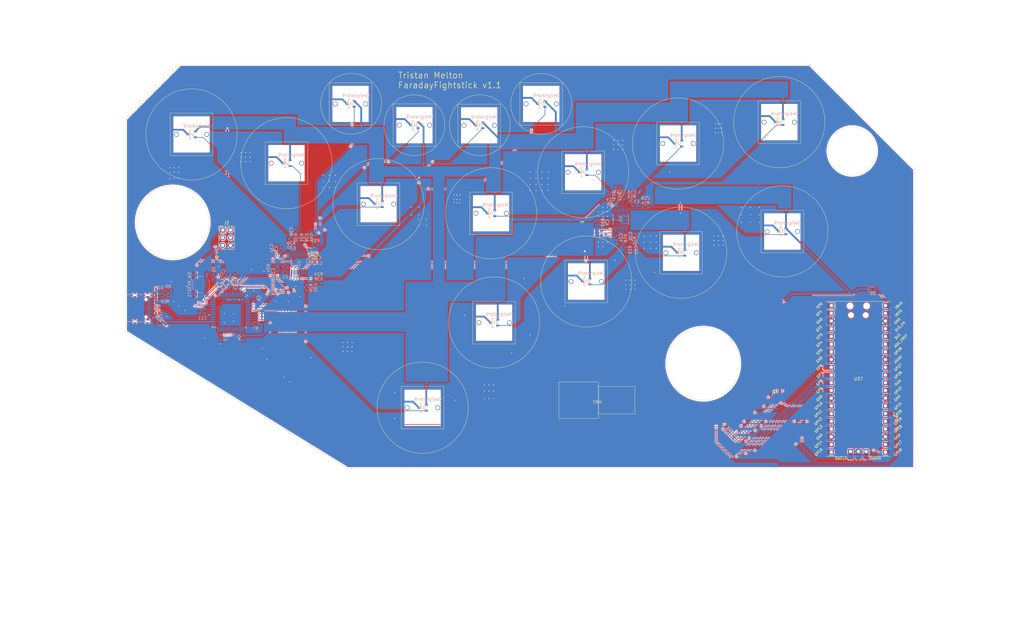
<source format=kicad_pcb>
(kicad_pcb (version 20240108) (generator "pcbnew") (generator_version "8.0")
  (layers (0 "F.Cu" signal) (31 "B.Cu" signal) (34 "B.Paste" user) (35 "F.Paste" user) (36 "B.SilkS" user "B.Silkscreen") (37 "F.SilkS" user "F.Silkscreen") (38 "B.Mask" user) (39 "F.Mask" user) (44 "Edge.Cuts" user))
  (net 0 "")
  (net 1 "Net-(U20-XTAL1)")
  (net 2 "GND")
  (net 3 "Net-(U20-XTAL2)")
  (net 4 "VCC")
  (net 5 "Net-(D2-K)")
  (net 6 "Net-(U20-UCAP)")
  (net 7 "/D+")
  (net 8 "/D-")
  (net 10 "Net-(J1-CC1)")
  (net 12 "Net-(J1-CC2)")
  (net 13 "Net-(U20-D+)")
  (net 14 "Net-(U20-D-)")
  (net 15 "Net-(U20-~{HWB}{slash}PE2)")
  (net 16 "HPA")
  (net 17 "SCLK")
  (net 18 "HKA")
  (net 19 "MKA")
  (net 20 "LKA")
  (net 21 "MOSI")
  (net 22 "SHKA")
  (net 23 "NOT_CS1")
  (net 24 "MISO")
  (net 25 "MPA")
  (net 26 "SHPA")
  (net 27 "LPA")
  (net 28 "UA")
  (net 29 "HOMEA")
  (net 30 "SELECTA")
  (net 31 "TURBOA")
  (net 32 "DA")
  (net 33 "LA")
  (net 34 "NOT_CS2")
  (net 35 "STARTA")
  (net 36 "RA")
  (net 37 "/TURBO")
  (net 39 "/SELECT")
  (net 40 "/HK")
  (net 41 "/D")
  (net 42 "/SHK")
  (net 44 "/MK")
  (net 46 "/MP")
  (net 47 "/L")
  (net 48 "/HP")
  (net 50 "/SHP")
  (net 51 "/LK")
  (net 52 "/R")
  (net 53 "/START")
  (net 54 "/LP")
  (net 55 "/HOME")
  (net 56 "/U")
  (net 59 "/HOST_D+")
  (net 74 "/HOST_D-")
  (net 75 "/RST")
  (net 76 "Net-(U3-VD)")
  (net 77 "Net-(U1-IN0)")
  (net 78 "Net-(U1-IN1)")
  (net 79 "Net-(U1-IN2)")
  (net 80 "Net-(U1-IN3)")
  (net 81 "Net-(U1-IN4)")
  (net 82 "Net-(U1-VD)")
  (net 83 "Net-(U1-IN7)")
  (net 84 "Net-(U1-IN6)")
  (net 85 "Net-(U1-IN5)")
  (net 86 "Net-(U3-IN7)")
  (net 87 "Net-(U3-IN6)")
  (net 88 "Net-(U3-IN5)")
  (net 89 "Net-(U3-IN0)")
  (net 90 "Net-(U3-IN1)")
  (net 91 "Net-(U3-IN2)")
  (net 92 "Net-(U3-IN3)")
  (net 93 "Net-(U3-IN4)")
  (net 94 "Net-(D3-A)")
  (net 95 "Net-(D5-A)")
  (footprint "key-switches:Gateron Jade Pro Magnetic" (layer "F.Cu") (at 141.2 102)
    (property "Reference" "U22")
    (property "Value" "~")
  )
  (footprint "Connector_PinHeader_2.54mm:PinHeader_2x03_P2.54mm_Vertical" (layer "F.Cu") (at 51.96 71.5)
    (property "Reference" "J2")
    (property "Value" "Conn_01x06_Pin")
  )
  (footprint "key-switches:Gateron Jade Pro Magnetic" (layer "F.Cu") (at 201.7 43.050002)
    (property "Reference" "U31")
    (property "Value" "~")
  )
  (footprint "key-switches:Gateron Jade Pro Magnetic" (layer "F.Cu") (at 117.7 130)
    (property "Reference" "U32")
    (property "Value" "~")
  )
  (footprint "key-switches:Gateron Jade Pro Magnetic" (layer "F.Cu") (at 115 37)
    (property "Reference" "U25")
    (property "Value" "~")
  )
  (footprint "MCU_RaspberryPi_and_Boards:RPi_Pico_SMD_TH" (layer "F.Cu") (at 261 120.5)
    (property "Reference" "U37")
    (property "Value" "Pico")
  )
  (footprint "key-switches:Gateron Jade Pro Magnetic" (layer "F.Cu") (at 41.7 40.050002)
    (property "Reference" "U2")
    (property "Value" "~")
  )
  (footprint "key-switches:Gateron Jade Pro Magnetic" (layer "F.Cu") (at 156.7 30)
    (property "Reference" "U33")
    (property "Value" "~")
  )
  (footprint "key-switches:Gateron Jade Pro Magnetic" (layer "F.Cu") (at 202.7 79)
    (property "Reference" "U30")
    (property "Value" "~")
  )
  (footprint "key-switches:Gateron Jade Pro Magnetic" (layer "F.Cu") (at 140.2 66)
    (property "Reference" "U23")
    (property "Value" "~")
  )
  (footprint "key-switches:Gateron Jade Pro Magnetic" (layer "F.Cu") (at 72.9 49.500003)
    (property "Reference" "U24")
    (property "Value" "~")
  )
  (footprint "Mayflash:MagicBoots" (layer "F.Cu") (at 175.025 127.5 180)
    (property "Reference" "MB1")
    (property "Value" "MagicBoots")
  )
  (footprint "key-switches:Gateron Jade Pro Magnetic" (layer "F.Cu") (at 235 36.000003)
    (property "Reference" "U35")
    (property "Value" "~")
  )
  (footprint "key-switches:Gateron Jade Pro Magnetic" (layer "F.Cu") (at 171.5 88.450001)
    (property "Reference" "U26")
    (property "Value" "~")
  )
  (footprint "key-switches:Gateron Jade Pro Magnetic" (layer "F.Cu") (at 103.2 63)
    (property "Reference" "U28")
    (property "Value" "~")
  )
  (footprint "key-switches:Gateron Jade Pro Magnetic" (layer "F.Cu") (at 170.5 52.500003)
    (property "Reference" "U27")
    (property "Value" "~")
  )
  (footprint "key-switches:Gateron Jade Pro Magnetic" (layer "F.Cu") (at 136.3 37.050002)
    (property "Reference" "U29")
    (property "Value" "~")
  )
  (footprint "key-switches:Gateron Jade Pro Magnetic" (layer "F.Cu") (at 94 30)
    (property "Reference" "U21")
    (property "Value" "~")
  )
  (footprint "Capacitor_SMD:C_0603_1608Metric" (layer "F.Cu") (at 81.5 79.5 180)
    (property "Reference" "C40")
    (property "Value" "1n")
  )
  (footprint "key-switches:Gateron Jade Pro Magnetic" (layer "F.Cu") (at 236 72)
    (property "Reference" "U34")
    (property "Value" "~")
  )
  (footprint "Resistor_SMD:R_0603_1608Metric" (layer "F.Cu") (at 81.175 78 180)
    (property "Reference" "R32")
    (property "Value" "22")
  )
  (footprint "Capacitor_SMD:C_0603_1608Metric" (layer "B.Cu") (at 83.5 89 180)
    (property "Reference" "C30")
    (property "Value" "1n")
  )
  (footprint "Package_QFP:TQFP-44_10x10mm_P0.8mm" (layer "B.Cu") (at 54.5 98.5)
    (property "Reference" "U20")
    (property "Value" "ATmega32U4-A")
  )
  (footprint "Resistor_SMD:R_0603_1608Metric" (layer "B.Cu") (at 184 60.5 -90)
    (property "Reference" "R12")
    (property "Value" "22")
  )
  (footprint "Capacitor_SMD:C_0603_1608Metric" (layer "B.Cu") (at 181.5 74 90)
    (property "Reference" "C24")
    (property "Value" "1n")
  )
  (footprint "HallEffect:DBZ0003A_N" (layer "B.Cu") (at 156.7 30 180)
    (property "Reference" "U15")
    (property "Value" "DRV5053VAQDBZR")
  )
  (footprint "Capacitor_SMD:C_0603_1608Metric" (layer "B.Cu") (at 82.5 74 -90)
    (property "Reference" "C41")
    (property "Value" "1n")
  )
  (footprint "HallEffect:DBZ0003A_N" (layer "B.Cu") (at 170.5 52.5 180)
    (property "Reference" "U4")
    (property "Value" "DRV5053VAQDBZR")
  )
  (footprint "HallEffect:DBZ0003A_N" (layer "B.Cu") (at 136.3 37.05 180)
    (property "Reference" "U18")
    (property "Value" "DRV5053VAQDBZR")
  )
  (footprint "Capacitor_SMD:C_0603_1608Metric" (layer "B.Cu") (at 50.8 90.225 90)
    (property "Reference" "C7")
    (property "Value" "4.7u")
  )
  (footprint "HallEffect:DBZ0003A_N" (layer "B.Cu") (at 141.2 102 180)
    (property "Reference" "U12")
    (property "Value" "DRV5053VAQDBZR")
  )
  (footprint "Resistor_SMD:R_0603_1608Metric" (layer "B.Cu") (at 79.5 74 -90)
    (property "Reference" "R31")
    (property "Value" "22")
  )
  (footprint "Resistor_SMD:R_0603_1608Metric" (layer "B.Cu") (at 179.325 61.5)
    (property "Reference" "R8")
    (property "Value" "22")
  )
  (footprint "Capacitor_SMD:C_0603_1608Metric" (layer "B.Cu") (at 187.5 63.5 180)
    (property "Reference" "C17")
    (property "Value" "1n")
  )
  (footprint "Capacitor_SMD:C_0603_1608Metric" (layer "B.Cu") (at 179.5 60)
    (property "Reference" "C14")
    (property "Value" "1n")
  )
  (footprint "HallEffect:DBZ0003A_N" (layer "B.Cu") (at 235 36 180)
    (property "Reference" "U6")
    (property "Value" "DRV5053VAQDBZR")
  )
  (footprint "Resistor_SMD:R_0603_1608Metric" (layer "B.Cu") (at 82 80.5 180)
    (property "Reference" "R25")
    (property "Value" "22")
  )
  (footprint "Capacitor_SMD:C_0603_1608Metric" (layer "B.Cu") (at 52.512132 86.656497 -135)
    (property "Reference" "C10")
    (property "Value" "22p")
  )
  (footprint "Resistor_SMD:R_0603_1608Metric" (layer "B.Cu") (at 183 74.175 90)
    (property "Reference" "R18")
    (property "Value" "22")
  )
  (footprint "" (layer "B.Cu") (at 31.86 91.54 -90)
    (property "Reference" "")
    (property "Value" "")
  )
  (footprint "ADCs:MTC16" (layer "B.Cu") (at 77 82.5 -90)
    (property "Reference" "U3")
    (property "Value" "ADC108S022CIMTX/NOPB")
  )
  (footprint "Resistor_SMD:R_0603_1608Metric" (layer "B.Cu") (at 74.5 74.5)
    (property "Reference" "R29")
    (property "Value" "22")
  )
  (footprint "Resistor_SMD:R_0603_1608Metric" (layer "B.Cu") (at 191 64 180)
    (property "Reference" "R14")
    (property "Value" "22")
  )
  (footprint "Resistor_SMD:R_0603_1608Metric" (layer "B.Cu") (at 30.54 98.04 180)
    (property "Reference" "R3")
    (property "Value" "22")
  )
  (footprint "Resistor_SMD:R_0603_1608Metric" (layer "B.Cu") (at 186 75 90)
    (property "Reference" "R20")
    (property "Value" "22")
  )
  (footprint "Resistor_SMD:R_0603_1608Metric" (layer "B.Cu") (at 30.675 99.5 180)
    (property "Reference" "R9")
    (property "Value" "5.1k")
  )
  (footprint "Button_Switch_SMD:SW_SPST_TL3342" (layer "B.Cu") (at 44.8 89.5 -90)
    (property "Reference" "SW_RESET1")
    (property "Value" "SW_Push")
  )
  (footprint "Resistor_SMD:R_0603_1608Metric" (layer "B.Cu") (at 184.5 78 90)
    (property "Reference" "R19")
    (property "Value" "22")
  )
  (footprint "USB4105_GF_A:GCT_USB4105-GF-A" (layer "B.Cu") (at 23.04 97.24 90)
    (property "Reference" "J1")
    (property "Value" "USB4105-GF-A")
  )
  (footprint "Capacitor_SMD:C_0603_1608Metric" (layer "B.Cu") (at 51.3 107 -90)
    (property "Reference" "C3")
    (property "Value" "0.1u")
  )
  (footprint "Capacitor_SMD:C_0603_1608Metric" (layer "B.Cu") (at 177 69 90)
    (property "Reference" "C9")
    (property "Value" "0.1u")
  )
  (footprint "Capacitor_SMD:C_0603_1608Metric" (layer "B.Cu") (at 56.512132 86.656497 -45)
    (property "Reference" "C8")
    (property "Value" "22p")
  )
  (footprint "Resistor_SMD:R_0603_1608Metric" (layer "B.Cu") (at 182 60 -90)
    (property "Reference" "R11")
    (property "Value" "22")
  )
  (footprint "Capacitor_SMD:C_0603_1608Metric" (layer "B.Cu") (at 45.3 99)
    (property "Reference" "C11")
    (property "Value" "1u")
  )
  (footprint "Capacitor_SMD:C_0603_1608Metric" (layer "B.Cu") (at 186.5 78 90)
    (property "Reference" "C25")
    (property "Value" "1n")
  )
  (footprint "Capacitor_SMD:C_0603_1608Metric" (layer "B.Cu") (at 81 74 -90)
    (property "Reference" "C39")
    (property "Value" "1n")
  )
  (footprint "Capacitor_SMD:C_0603_1608Metric" (layer "B.Cu") (at 58.8 107 -90)
    (property "Reference" "C4")
    (property "Value" "0.1u")
  )
  (footprint "Capacitor_SMD:C_0603_1608Metric" (layer "B.Cu") (at 69.5 77.5 -90)
    (property "Reference" "C34")
    (property "Value" "1u")
  )
  (footprint "Capacitor_SMD:C_0603_1608Metric" (layer "B.Cu") (at 186.5 60.5 180)
    (property "Reference" "C16")
    (property "Value" "1n")
  )
  (footprint "HallEffect:DBZ0003A_N" (layer "B.Cu") (at 140.2 66 180)
    (property "Reference" "U11")
    (property "Value" "DRV5053VAQDBZR")
  )
  (footprint "HallEffect:DBZ0003A_N" (layer "B.Cu") (at 103.2 63 180)
    (property "Reference" "U10")
    (property "Value" "DRV5053VAQDBZR")
  )
  (footprint "Capacitor_SMD:C_0603_1608Metric" (layer "B.Cu") (at 70 84.275 -90)
    (property "Reference" "C2")
    (property "Value" "1u")
  )
  (footprint "Resistor_SMD:R_0603_1608Metric" (layer "B.Cu") (at 62.8 102.5)
    (property "Reference" "R7")
    (property "Value" "10k")
  )
  (footprint "HallEffect:DBZ0003A_N" (layer "B.Cu") (at 236 71.95 180)
    (property "Reference" "U14")
    (property "Value" "DRV5053VAQDBZR")
  )
  (footprint "Crystal:Crystal_SMD_SeikoEpson_FA238-4Pin_3.2x2.5mm" (layer "B.Cu") (at 54.512132 88.656497 45)
    (property "Reference" "Y2")
    (property "Value" "Crystal_GND24")
  )
  (footprint "Resistor_SMD:R_0603_1608Metric" (layer "B.Cu") (at 79.5 90.5 90)
    (property "Reference" "R26")
    (property "Value" "22")
  )
  (footprint "HallEffect:DBZ0003A_N" (layer "B.Cu") (at 202.7 79 180)
    (property "Reference" "U19")
    (property "Value" "DRV5053VAQDBZR")
  )
  (footprint "Capacitor_SMD:C_0603_1608Metric" (layer "B.Cu") (at 81 90.5 90)
    (property "Reference" "C32")
    (property "Value" "1n")
  )
  (footprint "HallEffect:DBZ0003A_N" (layer "B.Cu") (at 94 30 180)
    (property "Reference" "U16")
    (property "Value" "DRV5053VAQDBZR")
  )
  (footprint "Capacitor_SMD:C_0603_1608Metric" (layer "B.Cu") (at 178 72 90)
    (property "Reference" "C20")
    (property "Value" "1u")
  )
  (footprint "ADCs:MTC16" (layer "B.Cu") (at 182.8448 67.974999 -90)
    (property "Reference" "U1")
    (property "Value" "ADC108S022CIMTX/NOPB")
  )
  (footprint "Resistor_SMD:R_0603_1608Metric" (layer "B.Cu") (at 186.5 62 180)
    (property "Reference" "R13")
    (property "Value" "22")
  )
  (footprint "HallEffect:DBZ0003A_N" (layer "B.Cu") (at 171.5 88.45 180)
    (property "Reference" "U13")
    (property "Value" "DRV5053VAQDBZR")
  )
  (footprint "LED_SMD:LED_0201_0603Metric" (layer "B.Cu") (at 31.54 91.54 180)
    (property "Reference" "D2")
    (property "Value" "LED_RED")
  )
  (footprint "Capacitor_SMD:C_0603_1608Metric" (layer "B.Cu") (at 182 57.5)
    (property "Reference" "C15")
    (property "Value" "1n")
  )
  (footprint "Resistor_SMD:R_0603_1608Metric" (layer "B.Cu") (at 72.5 83.5)
    (property "Reference" "R34")
    (property "Value" "51")
  )
  (footprint "Diode_SMD:D_0603_1608Metric" (layer "B.Cu") (at 29.75 93 -90)
    (property "Reference" "D4")
    (property "Value" "D")
  )
  (footprint "HallEffect:DBZ0003A_N" (layer "B.Cu") (at 117.7 130 180)
    (property "Reference" "U7")
    (property "Value" "DRV5053VAQDBZR")
  )
  (footprint "Capacitor_SMD:C_0603_1608Metric" (layer "B.Cu") (at 83 82 180)
    (property "Reference" "C31")
    (property "Value" "1n")
  )
  (footprint "Resistor_SMD:R_0603_1608Metric" (layer "B.Cu") (at 34.04 91.54 180)
    (property "Reference" "R5")
    (property "Value" "1k")
  )
  (footprint "HallEffect:DBZ0003A_N" (layer "B.Cu") (at 115 37 180)
    (property "Reference" "U17")
    (property "Value" "DRV5053VAQDBZR")
  )
  (footprint "Capacitor_SMD:C_0603_1608Metric" (layer "B.Cu") (at 72.5 85.5)
    (property "Reference" "C1")
    (property "Value" "0.1u")
  )
  (footprint "Resistor_SMD:R_0603_1608Metric" (layer "B.Cu") (at 178.5 69 -90)
    (property "Reference" "R27")
    (property "Value" "51")
  )
  (footprint "Diode_SMD:D_0603_1608Metric" (layer "B.Cu") (at 265.75 91)
    (property "Reference" "D5")
    (property "Value" "D")
  )
  (footprint "Capacitor_SMD:C_0603_1608Metric" (layer "B.Cu") (at 191 62.5 180)
    (property "Reference" "C18")
    (property "Value" "1n")
  )
  (footprint "Capacitor_SMD:C_0603_1608Metric" (layer "B.Cu") (at 176.5 72.5 90)
    (property "Reference" "C19")
    (property "Value" "0.1u")
  )
  (footprint "Resistor_SMD:R_0603_1608Metric" (layer "B.Cu") (at 30.54 96.54)
    (property "Reference" "R2")
    (property "Value" "22")
  )
  (footprint "HallEffect:DBZ0003A_N" (layer "B.Cu") (at 41.7 40.05 180)
    (property "Reference" "U9")
    (property "Value" "DRV5053VAQDBZR")
  )
  (footprint "Capacitor_SMD:C_0603_1608Metric" (layer "B.Cu") (at 62.3 94 90)
    (property "Reference" "C6")
    (property "Value" "0.1u")
  )
  (footprint "Capacitor_SMD:C_0603_1608Metric" (layer "B.Cu") (at 74.5 76)
    (property "Reference" "C37")
    (property "Value" "1n")
  )
  (footprint "HallEffect:DBZ0003A_N" (layer "B.Cu") (at 72.9 49.5 180)
    (property "Reference" "U8")
    (property "Value" "DRV5053VAQDBZR")
  )
  (footprint "Capacitor_SMD:C_0603_1608Metric" (layer "B.Cu") (at 76 72 -90)
    (property "Reference" "C38")
    (property "Value" "1n")
  )
  (footprint "Resistor_SMD:R_0603_1608Metric" (layer "B.Cu") (at 77.5 74 -90)
    (property "Reference" "R30")
    (property "Value" "22")
  )
  (footprint "Resistor_SMD:R_0603_1608Metric" (layer "B.Cu") (at 33.04 93.54)
    (property "Reference" "R10")
    (property "Value" "5.1k")
  )
  (footprint "Diode_SMD:D_0603_1608Metric" (layer "B.Cu") (at 31.25 102 180)
    (property "Reference" "D3")
    (property "Value" "D")
  )
  (footprint "Capacitor_SMD:C_0603_1608Metric" (layer "B.Cu") (at 175.5 69 90)
    (property "Reference" "C12")
    (property "Value" "1u")
  )
  (footprint "Resistor_SMD:R_0603_1608Metric" (layer "B.Cu") (at 48.8 87 90)
    (property "Reference" "R6")
    (property "Value" "10k")
  )
  (footprint "Resistor_SMD:R_0603_1608Metric" (layer "B.Cu") (at 83.5 87.5 180)
    (property "Reference" "R24")
    (property "Value" "22")
  )
  (footprint "Resistor_SMD:R_0603_1608Metric" (layer "B.Cu") (at 82.5 76.5 180)
    (property "Reference" "R33")
    (property "Value" "22")
  )
  (footprint "Capacitor_SMD:C_0603_1608Metric" (layer "B.Cu") (at 187.5 73.5 -90)
    (property "Reference" "C26")
    (property "Value" "1n")
  )
  (footprint "HallEffect:DBZ0003A_N" (layer "B.Cu") (at 201.7 43.05 180)
    (property "Reference" "U5")
    (property "Value" "DRV5053VAQDBZR")
  )
  (footprint "Capacitor_SMD:C_0603_1608Metric" (layer "B.Cu") (at 45.3 97.5 180)
    (property "Reference" "C5")
    (property "Value" "0.1u")
  )
  (footprint "" (layer "B.Cu") (at 53.168629 88.868629)
    (property "Reference" "")
    (property "Value" "")
  )
  (footprint "Capacitor_SMD:C_0603_1608Metric" (layer "B.Cu") (at 71 78.275 -90)
    (property "Reference" "C33")
    (property "Value" "0.1u")
  )
  (gr_circle (center 156.7 30) (end 166.7 30) (stroke (width 0.1)) (fill none) (layer "F.SilkS"))
  (gr_circle (center 117.7 130) (end 132.7 130) (stroke (width 0.1)) (fill none) (layer "F.SilkS"))
  (gr_circle (center 201.7 43.050002) (end 216.7 43.050002) (stroke (width 0.1)) (fill none) (layer "F.SilkS"))
  (gr_circle (center 41.7 40.050002) (end 56.7 40.050002) (stroke (width 0.1)) (fill none) (layer "F.SilkS"))
  (gr_circle (center 115 37) (end 125 37) (stroke (width 0.1)) (fill none) (layer "F.SilkS"))
  (gr_circle (center 103.2 63) (end 118.2 63) (stroke (width 0.1)) (fill none) (layer "F.SilkS"))
  (gr_circle (center 202.7 79) (end 217.7 79) (stroke (width 0.1)) (fill none) (layer "F.SilkS"))
  (gr_circle (center 141.2 101.949998) (end 156.2 101.949998) (stroke (width 0.1)) (fill none) (layer "F.SilkS"))
  (gr_circle (center 171.5 88.450001) (end 186.5 88.450001) (stroke (width 0.1)) (fill none) (layer "F.SilkS"))
  (gr_circle (center 170.5 52.500003) (end 185.5 52.500003) (stroke (width 0.1)) (fill none) (layer "F.SilkS"))
  (gr_circle (center 235 36.000003) (end 250 36.000003) (stroke (width 0.1)) (fill none) (layer "F.SilkS"))
  (gr_circle (center 136.5 37) (end 146.5 37) (stroke (width 0.1)) (fill none) (layer "F.SilkS"))
  (gr_circle (center 94.2 29.949998) (end 104.2 29.949998) (stroke (width 0.1)) (fill none) (layer "F.SilkS"))
  (gr_circle (center 72.9 49.500003) (end 87.9 49.500003) (stroke (width 0.1)) (fill none) (layer "F.SilkS"))
  (gr_circle (center 140.2 66) (end 155.2 66) (stroke (width 0.1)) (fill none) (layer "F.SilkS"))
  (gr_circle (center 236 71.950001) (end 251 71.950001) (stroke (width 0.1)) (fill none) (layer "F.SilkS"))
  (gr_circle (center 35.5 69) (end 47.5 69) (stroke (width 0.1)) (fill none) (layer "Edge.Cuts"))
  (gr_line (start 20 35) (end 38 17) (stroke (width 0.1)) (layer "Edge.Cuts"))
  (gr_line (start 279.5 51.5) (end 279.514 150) (stroke (width 0.1)) (layer "Edge.Cuts"))
  (gr_line (start 245 17) (end 279.5 51.5) (stroke (width 0.1)) (layer "Edge.Cuts"))
  (gr_line (start 20 105) (end 20 35) (stroke (width 0.1)) (layer "Edge.Cuts"))
  (gr_circle (center 259 45.5) (end 267 45.5) (stroke (width 0.1)) (fill none) (layer "Edge.Cuts"))
  (gr_line (start 279.514 150) (end 93 150) (stroke (width 0.1)) (layer "Edge.Cuts"))
  (gr_circle (center 210 115.5) (end 222 115.5) (stroke (width 0.1)) (fill none) (layer "Edge.Cuts"))
  (gr_line (start 20 105) (end 93 150) (stroke (width 0.1)) (layer "Edge.Cuts"))
  (gr_line (start 38 17) (end 245 17) (stroke (width 0.1)) (layer "Edge.Cuts"))
  (gr_text "Tristan Melton\nFaradayFightstick v1.1" (at 109.5 25 0) (layer "F.SilkS") (effects (font (size 2 2) (thickness 0.2)) (justify left bottom)))
  (segment (start 57.06014 87.23986) (end 55.855635 88.444365) (width 0.2) (layer "B.Cu") (net 1))
  (segment (start 55.855635 90.494365) (end 54.5 91.85) (width 0.2) (layer "B.Cu") (net 1))
  (segment (start 55.855635 88.444365) (end 55.855635 90.494365) (width 0.2) (layer "B.Cu") (net 1))
  (segment (start 54.5 91.85) (end 54.5 92.8) (width 0.2) (layer "B.Cu") (net 1))
  (segment (start 57.06014 87.204505) (end 57.06014 87.23986) (width 0.2) (layer "B.Cu") (net 1))
  (via (at 184.5 91) (size 0.6) (drill 0.3) (layers "F.Cu" "B.Cu") (net 2))
  (via (at 186 91) (size 0.6) (drill 0.3) (layers "F.Cu" "B.Cu") (net 2))
  (via (at 87 53.5) (size 0.6) (drill 0.3) (layers "F.Cu" "B.Cu") (net 2))
  (via (at 153 52.5) (size 0.6) (drill 0.3) (layers "F.Cu" "B.Cu") (net 2))
  (via (at 57.5 94.5) (size 0.6) (drill 0.3) (layers "F.Cu" "B.Cu") (net 2))
  (via (at 129 60) (size 0.6) (drill 0.3) (layers "F.Cu" "B.Cu") (net 2))
  (via (at 180.5 45) (size 0.6) (drill 0.3) (layers "F.Cu" "B.Cu") (net 2))
  (via (at 216.5 73.5) (size 0.6) (drill 0.3) (layers "F.Cu" "B.Cu") (net 2))
  (via (at 175.5 67) (size 0.6) (drill 0.3) (layers "F.Cu" "B.Cu") (net 2))
  (via (at 128 61.5) (size 0.6) (drill 0.3) (layers "F.Cu" "B.Cu") (net 2))
  (via (at 216 39.5) (size 0.6) (drill 0.3) (layers "F.Cu" "B.Cu") (net 2))
  (via (at 128 62.5) (size 0.6) (drill 0.3) (layers "F.Cu" "B.Cu") (net 2))
  (via (at 215 39.5) (size 0.6) (drill 0.3) (layers "F.Cu" "B.Cu") (net 2))
  (via (at 164.5 96.5) (size 0.6) (drill 0.3) (layers "F.Cu" "B.Cu") (net 2))
  (via (at 50.5 83.5) (size 0.6) (drill 0.3) (layers "F.Cu" "B.Cu") (net 2))
  (via (at 187.5 91) (size 0.6) (drill 0.3) (layers "F.Cu" "B.Cu") (net 2))
  (via (at 87 57.5) (size 0.6) (drill 0.3) (layers "F.Cu" "B.Cu") (net 2))
  (via (at 186 88) (size 0.6) (drill 0.3) (layers "F.Cu" "B.Cu") (net 2))
  (via (at 216 36.5) (size 0.6) (drill 0.3) (layers "F.Cu" "B.Cu") (net 2))
  (via (at 59.5 46) (size 0.6) (drill 0.3) (layers "F.Cu" "B.Cu") (net 2))
  (via (at 192.5 73.5) (size 0.6) (drill 0.3) (layers "F.Cu" "B.Cu") (net 2))
  (via (at 114 64) (size 0.6) (drill 0.3) (layers "F.Cu" "B.Cu") (net 2))
  (via (at 216.5 75) (size 0.6) (drill 0.3) (layers "F.Cu" "B.Cu") (net 2))
  (via (at 190.5 77.5) (size 0.6) (drill 0.3) (layers "F.Cu" "B.Cu") (net 2))
  (via (at 182 43.5) (size 0.6) (drill 0.3) (layers "F.Cu" "B.Cu") (net 2))
  (via (at 153 106) (size 0.6) (drill 0.3) (layers "F.Cu" "B.Cu") (net 2))
  (via (at 157 52.5) (size 0.6) (drill 0.3) (layers "F.Cu" "B.Cu") (net 2))
  (via (at 216 38) (size 0.6) (drill 0.3) (layers "F.Cu" "B.Cu") (net 2))
  (via (at 93 110) (size 0.6) (drill 0.3) (layers "F.Cu" "B.Cu") (net 2))
  (via (at 141 124.5) (size 0.6) (drill 0.3) (layers "F.Cu" "B.Cu") (net 2))
  (via (at 55.5 101.5) (size 0.6) (drill 0.3) (layers "F.Cu" "B.Cu") (net 2))
  (via (at 155 52.5) (size 0.6) (drill 0.3) (layers "F.Cu" "B.Cu") (net 2))
  (via (at 57.5 107) (size 0.6) (drill 0.3) (layers "F.Cu" "B.Cu") (net 2))
  (via (at 89 55.5) (size 0.6) (drill 0.3) (layers "F.Cu" "B.Cu") (net 2))
  (via (at 159 52.5) (size 0.6) (drill 0.3) (layers "F.Cu" "B.Cu") (net 2))
  (via (at 131.5 99.5) (size 0.6) (drill 0.3) (layers "F.Cu" "B.Cu") (net 2))
  (via (at 130 62.5) (size 0.6) (drill 0.3) (layers "F.Cu" "B.Cu") (net 2))
  (via (at 194 85.5) (size 0.6) (drill 0.3) (layers "F.Cu" "B.Cu") (net 2))
  (via (at 187.5 89.5) (size 0.6) (drill 0.3) (layers "F.Cu" "B.Cu") (net 2))
  (via (at 139.5 127) (size 0.6) (drill 0.3) (layers "F.Cu" "B.Cu") (net 2))
  (via (at 58 47.5) (size 0.6) (drill 0.3) (layers "F.Cu" "B.Cu") (net 2))
  (via (at 175.5 75.5) (size 0.6) (drill 0.3) (layers "F.Cu" "B.Cu") (net 2))
  (via (at 85 55.5) (size 0.6) (drill 0.3) (layers "F.Cu" "B.Cu") (net 2))
  (via (at 60 93) (size 0.6) (drill 0.3) (layers "F.Cu" "B.Cu") (net 2))
  (via (at 214 38) (size 0.6) (drill 0.3) (layers "F.Cu" "B.Cu") (net 2))
  (via (at 199 52.5) (size 0.6) (drill 0.3) (layers "F.Cu" "B.Cu") (net 2))
  (via (at 89 53.5) (size 0.6) (drill 0.3) (layers "F.Cu" "B.Cu") (net 2))
  (via (at 228.5 66.5) (size 0.6) (drill 0.3) (layers "F.Cu" "B.Cu") (net 2))
  (via (at 186 89.5) (size 0.6) (drill 0.3) (layers "F.Cu" "B.Cu") (net 2))
  (via (at 37.5 96.5) (size 0.6) (drill 0.3) (layers "F.Cu" "B.Cu") (net 2))
  (via (at 178.5 64) (size 0.6) (drill 0.3) (layers "F.Cu" "B.Cu") (net 2))
  (via (at 159 54.5) (size 0.6) (drill 0.3) (layers "F.Cu" "B.Cu") (net 2))
  (via (at 180.5 42) (size 0.6) (drill 0.3) (layers "F.Cu" "B.Cu") (net 2))
  (via (at 119 70) (size 0.6) (drill 0.3) (layers "F.Cu" "B.Cu") (net 2))
  (via (at 55.5 99) (size 0.6) (drill 0.3) (layers "F.Cu" "B.Cu") (net 2))
  (via (at 46 107) (size 0.6) (drill 0.3) (layers "F.Cu" "B.Cu") (net 2))
  (via (at 130 61.5) (size 0.6) (drill 0.3) (layers "F.Cu" "B.Cu") (net 2))
  (via (at 52.5 99) (size 0.6) (drill 0.3) (layers "F.Cu" "B.Cu") (net 2))
  (via (at 225.5 69) (size 0.6) (drill 0.3) (layers "F.Cu" "B.Cu") (net 2))
  (via (at 155 58.5) (size 0.6) (drill 0.3) (layers "F.Cu" "B.Cu") (net 2))
  (via (at 141 127) (size 0.6) (drill 0.3) (layers "F.Cu" "B.Cu") (net 2))
  (via (at 213.5 76.5) (size 0.6) (drill 0.3) (layers "F.Cu" "B.Cu") (net 2))
  (via (at 34.5 52.5) (size 0.6) (drill 0.3) (layers "F.Cu" "B.Cu") (net 2))
  (via (at 36 52.5) (size 0.6) (drill 0.3) (layers "F.Cu" "B.Cu") (net 2))
  (via (at 157 58.5) (size 0.6) (drill 0.3) (layers "F.Cu" "B.Cu") (net 2))
  (via (at 177 67) (size 0.6) (drill 0.3) (layers "F.Cu" "B.Cu") (net 2))
  (via (at 213.5 75) (size 0.6) (drill 0.3) (layers "F.Cu" "B.Cu") (net 2))
  (via (at 190.5 73.5) (size 0.6) (drill 0.3) (layers "F.Cu" "B.Cu") (net 2))
  (via (at 116.5 68) (size 0.6) (drill 0.3) (layers "F.Cu" "B.Cu") (net 2))
  (via (at 216.5 76.5) (size 0.6) (drill 0.3) (layers "F.Cu" "B.Cu") (net 2))
  (via (at 214 36.5) (size 0.6) (drill 0.3) (layers "F.Cu" "B.Cu") (net 2))
  (via (at 187.5 88) (size 0.6) (drill 0.3) (layers "F.Cu" "B.Cu") (net 2))
  (via (at 36 95) (size 0.6) (drill 0.3) (layers "F.Cu" "B.Cu") (net 2))
  (via (at 213.5 73.5) (size 0.6) (drill 0.3) (layers "F.Cu" "B.Cu") (net 2))
  (via (at 128 60) (size 0.6) (drill 0.3) (layers "F.Cu" "B.Cu") (net 2))
  (via (at 33.5 100) (size 0.6) (drill 0.3) (layers "F.Cu" "B.Cu") (net 2))
  (via (at 157 54.5) (size 0.6) (drill 0.3) (layers "F.Cu" "B.Cu") (net 2))
  (via (at 89 57.5) (size 0.6) (drill 0.3) (layers "F.Cu" "B.Cu") (net 2))
  (via (at 138 122.5) (size 0.6) (drill 0.3) (layers "F.Cu" "B.Cu") (net 2))
  (via (at 175.5 65.5) (size 0.6) (drill 0.3) (layers "F.Cu" "B.Cu") (net 2))
  (via (at 177 64) (size 0.6) (drill 0.3) (layers "F.Cu" "B.Cu") (net 2))
  (via (at 35 88.5) (size 0.6) (drill 0.3) (layers "F.Cu" "B.Cu") (net 2))
  (via (at 116.5 66.5) (size 0.6) (drill 0.3) (layers "F.Cu" "B.Cu") (net 2))
  (via (at 59.5 49) (size 0.6) (drill 0.3) (layers "F.Cu" "B.Cu") (net 2))
  (via (at 61 47.5) (size 0.6) (drill 0.3) (layers "F.Cu" "B.Cu") (net 2))
  (via (at 36 54.5) (size 0.6) (drill 0.3) (layers "F.Cu" "B.Cu") (net 2))
  (via (at 194.5 73.5) (size 0.6) (drill 0.3) (layers "F.Cu" "B.Cu") (net 2))
  (via (at 87 55.5) (size 0.6) (drill 0.3) (layers "F.Cu" "B.Cu") (net 2))
  (via (at 93 111.5) (size 0.6) (drill 0.3) (layers "F.Cu" "B.Cu") (net 2))
  (via (at 76 90) (size 0.6) (drill 0.3) (layers "F.Cu" "B.Cu") (net 2))
  (via (at 37.5 51) (size 0.6) (drill 0.3) (layers "F.Cu" "B.Cu") (net 2))
  (via (at 94.5 108.5) (size 0.6) (drill 0.3) (layers "F.Cu" "B.Cu") (net 2))
  (via (at 139.5 122.5) (size 0.6) (drill 0.3) (layers "F.Cu" "B.Cu") (net 2))
  (via (at 91.5 111.5) (size 0.6) (drill 0.3) (layers "F.Cu" "B.Cu") (net 2))
  (via (at 116.5 70) (size 0.6) (drill 0.3) (layers "F.Cu" "B.Cu") (net 2))
  (via (at 191.5 60.5) (size 0.6) (drill 0.3) (layers "F.Cu" "B.Cu") (net 2))
  (via (at 184.5 89.5) (size 0.6) (drill 0.3) (layers "F.Cu" "B.Cu") (net 2))
  (via (at 119 68) (size 0.6) (drill 0.3) (layers "F.Cu" "B.Cu") (net 2))
  (via (at 153 54.5) (size 0.6) (drill 0.3) (layers "F.Cu" "B.Cu") (net 2))
  (via (at 64.5 94) (size 0.6) (drill 0.3) (layers "F.Cu" "B.Cu") (net 2))
  (via (at 51 109) (size 0.6) (drill 0.3) (layers "F.Cu" "B.Cu") (net 2))
  (via (at 178.5 65.5) (size 0.6) (drill 0.3) (layers "F.Cu" "B.Cu") (net 2))
  (via (at 194.5 75.5) (size 0.6) (drill 0.3) (layers "F.Cu" "B.Cu") (net 2))
  (via (at 159 56.5) (size 0.6) (drill 0.3) (layers "F.Cu" "B.Cu") (net 2))
  (via (at 114 66.5) (size 0.6) (drill 0.3) (layers "F.Cu" "B.Cu") (net 2))
  (via (at 77.5 93.5) (size 0.6) (drill 0.3) (layers "F.Cu" "B.Cu") (net 2))
  (via (at 62 91.5) (size 0.6) (drill 0.3) (layers "F.Cu" "B.Cu") (net 2))
  (via (at 72 120) (size 0.6) (drill 0.3) (layers "F.Cu" "B.Cu") (net 2))
  (via (at 65 110.5) (size 0.6) (drill 0.3) (layers "F.Cu" "B.Cu") (net 2))
  (via (at 129 62.5) (size 0.6) (drill 0.3) (layers "F.Cu" "B.Cu") (net 2))
  (via (at 74 121.5) (size 0.6) (drill 0.3) (layers "F.Cu" "B.Cu") (net 2))
  (via (at 155 56.5) (size 0.6) (drill 0.3) (layers "F.Cu" "B.Cu") (net 2))
  (via (at 182 45) (size 0.6) (drill 0.3) (layers "F.Cu" "B.Cu") (net 2))
  (via (at 52.5 102) (size 0.6) (drill 0.3) (layers "F.Cu" "B.Cu") (net 2))
  (via (at 139.5 124.5) (size 0.6) (drill 0.3) (layers "F.Cu" "B.Cu") (net 2))
  (via (at 130 60) (size 0.6) (drill 0.3) (layers "F.Cu" "B.Cu") (net 2))
  (via (at 34.5 51) (size 0.6) (drill 0.3) (layers "F.Cu" "B.Cu") (net 2))
  (via (at 66.5 114) (size 0.6) (drill 0.3) (layers "F.Cu" "B.Cu") (net 2))
  (via (at 73.5 95) (size 0.6) (drill 0.3) (layers "F.Cu" "B.Cu") (net 2))
  (via (at 190.5 75.5) (size 0.6) (drill 0.3) (layers "F.Cu" "B.Cu") (net 2))
  (via (at 33.5 95) (size 0.6) (drill 0.3) (layers "F.Cu" "B.Cu") (net 2))
  (via (at 215 76.5) (size 0.6) (drill 0.3) (layers "F.Cu" "B.Cu") (net 2))
  (via (at 54 94.5) (size 0.6) (drill 0.3) (layers "F.Cu" "B.Cu") (net 2))
  (via (at 58 46) (size 0.6) (drill 0.3) (layers "F.Cu" "B.Cu") (net 2))
  (via (at 215 38) (size 0.6) (drill 0.3) (layers "F.Cu" "B.Cu") (net 2))
  (via (at 177 77) (size 0.6) (drill 0.3) (layers "F.Cu" "B.Cu") (net 2))
  (via (at 37.5 52.5) (size 0.6) (drill 0.3) (layers "F.Cu" "B.Cu") (net 2))
  (via (at 138 127) (size 0.6) (drill 0.3) (layers "F.Cu" "B.Cu") (net 2))
  (via (at 37.5 54.5) (size 0.6) (drill 0.3) (layers "F.Cu" "B.Cu") (net 2))
  (via (at 91.5 110) (size 0.6) (drill 0.3) (layers "F.Cu" "B.Cu") (net 2))
  (via (at 40 90) (size 0.6) (drill 0.3) (layers "F.Cu" "B.Cu") (net 2))
  (via (at 180.5 43.5) (size 0.6) (drill 0.3) (layers "F.Cu" "B.Cu") (net 2))
  (via (at 85 53.5) (size 0.6) (drill 0.3) (layers "F.Cu" "B.Cu") (net 2))
  (via (at 215 75) (size 0.6) (drill 0.3) (layers "F.Cu" "B.Cu") (net 2))
  (via (at 177 65.5) (size 0.6) (drill 0.3) (layers "F.Cu" "B.Cu") (net 2))
  (via (at 108.5 125) (size 0.6) (drill 0.3) (layers "F.Cu" "B.Cu") (net 2))
  (via (at 47.5 99.5) (size 0.6) (drill 0.3) (layers "F.Cu" "B.Cu") (net 2))
  (via (at 153 56.5) (size 0.6) (drill 0.3) (layers "F.Cu" "B.Cu") (net 2))
  (via (at 129 61.5) (size 0.6) (drill 0.3) (layers "F.Cu" "B.Cu") (net 2))
  (via (at 58 49) (size 0.6) (drill 0.3) (layers "F.Cu" "B.Cu") (net 2))
  (via (at 228.5 69) (size 0.6) (drill 0.3) (layers "F.Cu" "B.Cu") (net 2))
  (via (at 93 108.5) (size 0.6) (drill 0.3) (layers "F.Cu" "B.Cu") (net 2))
  (via (at 91.5 108.5) (size 0.6) (drill 0.3) (layers "F.Cu" "B.Cu") (net 2))
  (via (at 225.5 66.5) (size 0.6) (drill 0.3) (layers "F.Cu" "B.Cu") (net 2))
  (via (at 147 112) (size 0.6) (drill 0.3) (layers "F.Cu" "B.Cu") (net 2))
  (via (at 94.5 111.5) (size 0.6) (drill 0.3) (layers "F.Cu" "B.Cu") (net 2))
  (via (at 184.5 88) (size 0.6) (drill 0.3) (layers "F.Cu" "B.Cu") (net 2))
  (via (at 59.5 47.5) (size 0.6) (drill 0.3) (layers "F.Cu" "B.Cu") (net 2))
  (via (at 108.5 133.5) (size 0.6) (drill 0.3) (layers "F.Cu" "B.Cu") (net 2))
  (via (at 222.5 69) (size 0.6) (drill 0.3) (layers "F.Cu" "B.Cu") (net 2))
  (via (at 157 56.5) (size 0.6) (drill 0.3) (layers "F.Cu" "B.Cu") (net 2))
  (via (at 183.5 42) (size 0.6) (drill 0.3) (layers "F.Cu" "B.Cu") (net 2))
  (via (at 138 124.5) (size 0.6) (drill 0.3) (layers "F.Cu" "B.Cu") (net 2))
  (via (at 181 81.5) (size 0.6) (drill 0.3) (layers "F.Cu" "B.Cu") (net 2))
  (via (at 36 51) (size 0.6) (drill 0.3) (layers "F.Cu" "B.Cu") (net 2))
  (via (at 34.5 54.5) (size 0.6) (drill 0.3) (layers "F.Cu" "B.Cu") (net 2))
  (via (at 39.5 98) (size 0.6) (drill 0.3) (layers "F.Cu" "B.Cu") (net 2))
  (via (at 194.5 77.5) (size 0.6) (drill 0.3) (layers "F.Cu" "B.Cu") (net 2))
  (via (at 222.5 66.5) (size 0.6) (drill 0.3) (layers "F.Cu" "B.Cu") (net 2))
  (via (at 81 113.5) (size 0.6) (drill 0.3) (layers "F.Cu" "B.Cu") (net 2))
  (via (at 155 54.5) (size 0.6) (drill 0.3) (layers "F.Cu" "B.Cu") (net 2))
  (via (at 151 87.5) (size 0.6) (drill 0.3) (layers "F.Cu" "B.Cu") (net 2))
  (via (at 85 57.5) (size 0.6) (drill 0.3) (layers "F.Cu" "B.Cu") (net 2))
  (via (at 175.5 77) (size 0.6) (drill 0.3) (layers "F.Cu" "B.Cu") (net 2))
  (via (at 61.5 84.5) (size 0.6) (drill 0.3) (layers "F.Cu" "B.Cu") (net 2))
  (via (at 192.5 75.5) (size 0.6) (drill 0.3) (layers "F.Cu" "B.Cu") (net 2))
  (via (at 94.5 110) (size 0.6) (drill 0.3) (layers "F.Cu" "B.Cu") (net 2))
  (via (at 65.5 85) (size 0.6) (drill 0.3) (layers "F.Cu" "B.Cu") (net 2))
  (via (at 159 58.5) (size 0.6) (drill 0.3) (layers "F.Cu" "B.Cu") (net 2))
  (via (at 61 46) (size 0.6) (drill 0.3) (layers "F.Cu" "B.Cu") (net 2))
  (via (at 183.5 43.5) (size 0.6) (drill 0.3) (layers "F.Cu" "B.Cu") (net 2))
  (via (at 222.5 64) (size 0.6) (drill 0.3) (layers "F.Cu" "B.Cu") (net 2))
  (via (at 189 59) (size 0.6) (drill 0.3) (layers "F.Cu" "B.Cu") (net 2))
  (via (at 141 122.5) (size 0.6) (drill 0.3) (layers "F.Cu" "B.Cu") (net 2))
  (via (at 128.5 127.5) (size 0.6) (drill 0.3) (layers "F.Cu" "B.Cu") (net 2))
  (via (at 215 73.5) (size 0.6) (drill 0.3) (layers "F.Cu" "B.Cu") (net 2))
  (via (at 225.5 64) (size 0.6) (drill 0.3) (layers "F.Cu" "B.Cu") (net 2))
  (via (at 153 58.5) (size 0.6) (drill 0.3) (layers "F.Cu" "B.Cu") (net 2))
  (via (at 182 42) (size 0.6) (drill 0.3) (layers "F.Cu" "B.Cu") (net 2))
  (via (at 192.5 77.5) (size 0.6) (drill 0.3) (layers "F.Cu" "B.Cu") (net 2))
  (via (at 116.5 64) (size 0.6) (drill 0.3) (layers "F.Cu" "B.Cu") (net 2))
  (via (at 177 75.5) (size 0.6) (drill 0.3) (layers "F.Cu" "B.Cu") (net 2))
  (via (at 61 49) (size 0.6) (drill 0.3) (layers "F.Cu" "B.Cu") (net 2))
  (via (at 214 39.5) (size 0.6) (drill 0.3) (layers "F.Cu" "B.Cu") (net 2))
  (via (at 215 36.5) (size 0.6) (drill 0.3) (layers "F.Cu" "B.Cu") (net 2))
  (via (at 69.5 95) (size 0.6) (drill 0.3) (layers "F.Cu" "B.Cu") (net 2))
  (via (at 228.5 64) (size 0.6) (drill 0.3) (layers "F.Cu" "B.Cu") (net 2))
  (via (at 178.5 67) (size 0.6) (drill 0.3) (layers "F.Cu" "B.Cu") (net 2))
  (via (at 183.5 45) (size 0.6) (drill 0.3) (layers "F.Cu" "B.Cu") (net 2))
  (via (at 178.5 75.5) (size 0.6) (drill 0.3) (layers "F.Cu" "B.Cu") (net 2))
  (segment (start 27.795 93.495) (end 27.22 92.92) (width 0.2) (layer "B.Cu") (net 2))
  (segment (start 231.799997 34) (end 228 34) (width 0.6) (layer "B.Cu") (net 2))
  (segment (start 200.5 43.050002) (end 198.449998 41) (width 0.6) (layer "B.Cu") (net 2))
  (segment (start 135.1 37.050002) (end 133.049998 35) (width 0.6) (layer "B.Cu") (net 2))
  (segment (start 232.849999 70) (end 229 70) (width 0.6) (layer "B.Cu") (net 2))
  (segment (start 92.8 30) (end 91.3 28.5) (width 0.6) (layer "B.Cu") (net 2))
  (segment (start 27.795 100.985) (end 27.22 101.56) (width 0.2) (layer "B.Cu") (net 2))
  (segment (start 163 50.5) (end 162 50.5) (width 0.6) (layer "B.Cu") (net 2))
  (segment (start 140 102) (end 138 100) (width 0.6) (layer "B.Cu") (net 2))
  (segment (start 100 61) (end 96.5 61) (width 0.6) (layer "B.Cu") (net 2))
  (segment (start 234.8 71.950001) (end 232.849999 70) (width 0.6) (layer "B.Cu") (net 2))
  (segment (start 27.795 100.44) (end 27.795 100.985) (width 0.2) (layer "B.Cu") (net 2))
  (segment (start 168.349999 86.5) (end 164.5 86.5) (width 0.6) (layer "B.Cu") (net 2))
  (segment (start 201.5 79) (end 199.5 77) (width 0.6) (layer "B.Cu") (net 2))
  (segment (start 114.5 128) (end 111 128) (width 0.6) (layer "B.Cu") (net 2))
  (segment (start 133.049998 35) (end 128.5 35) (width 0.6) (layer "B.Cu") (net 2))
  (segment (start 170.3 88.450001) (end 168.349999 86.5) (width 0.6) (layer "B.Cu") (net 2))
  (segment (start 91.3 28.5) (end 87 28.5) (width 0.6) (layer "B.Cu") (net 2))
  (segment (start 139 66) (end 137 64) (width 0.6) (layer "B.Cu") (net 2))
  (segment (start 169.3 52.500003) (end 167.299997 50.5) (width 0.6) (layer "B.Cu") (net 2))
  (segment (start 113.8 37) (end 111.8 35) (width 0.6) (layer "B.Cu") (net 2))
  (segment (start 155.5 30) (end 153.5 28) (width 0.6) (layer "B.Cu") (net 2))
  (segment (start 71.7 49.500003) (end 69.699997 47.5) (width 0.6) (layer "B.Cu") (net 2))
  (segment (start 137 64) (end 133.5 64) (width 0.6) (layer "B.Cu") (net 2))
  (segment (start 233.8 36.000003) (end 231.799997 34) (width 0.6) (layer "B.Cu") (net 2))
  (segment (start 138 100) (end 134 100) (width 0.6) (layer "B.Cu") (net 2))
  (segment (start 40.5 40.050002) (end 38.949998 38.5) (width 0.6) (layer "B.Cu") (net 2))
  (segment (start 153.5 28) (end 150 28) (width 0.6) (layer "B.Cu") (net 2))
  (segment (start 116.5 130) (end 114.5 128) (width 0.6) (layer "B.Cu") (net 2))
  (segment (start 69.699997 47.5) (end 66 47.5) (width 0.6) (layer "B.Cu") (net 2))
  (segment (start 167.299997 50.5) (end 163 50.5) (width 0.6) (layer "B.Cu") (net 2))
  (segment (start 54.3 90) (end 54.3 87.737258) (width 0.2) (layer "B.Cu") (net 2))
  (segment (start 27.795 94.04) (end 27.795 93.495) (width 0.2) (layer "B.Cu") (net 2))
  (segment (start 38.949998 38.5) (end 35 38.5) (width 0.6) (layer "B.Cu") (net 2))
  (segment (start 54.3 87.737258) (end 54.724264 87.312994) (width 0.2) (layer "B.Cu") (net 2))
  (segment (start 102 63) (end 100 61) (width 0.6) (layer "B.Cu") (net 2))
  (segment (start 198.449998 41) (end 194 41) (width 0.6) (layer "B.Cu") (net 2))
  (segment (start 199.5 77) (end 195.5 77) (width 0.6) (layer "B.Cu") (net 2))
  (segment (start 111.8 35) (end 108.5 35) (width 0.6) (layer "B.Cu") (net 2))
  (segment (start 53.168629 88.868629) (end 53.168629 91.643629) (width 0.2) (layer "B.Cu") (net 3))
  (segment (start 51.964124 87.204505) (end 53.168629 88.40901) (width 0.2) (layer "B.Cu") (net 3))
  (segment (start 53.168629 88.40901) (end 53.168629 88.868629) (width 0.2) (layer "B.Cu") (net 3))
  (segment (start 53.168629 91.643629) (end 53.7 92.175) (width 0.2) (layer "B.Cu") (net 3))
  (segment (start 53.7 92.175) (end 53.7 92.8) (width 0.2) (layer "B.Cu") (net 3))
  (segment (start 55 65) (end 54.5 65.5) (width 0.6) (layer "F.Cu") (net 4))
  (segment (start 202.5 66) (end 202.5 62.5) (width 0.6) (layer "F.Cu") (net 4))
  (segment (start 70 80) (end 55 65) (width 0.6) (layer "F.Cu") (net 4))
  (segment (start 195.3 123.7) (end 191.525 123.7) (width 0.6) (layer "F.Cu") (net 4))
  (segment (start 30 90.5) (end 30 99.5) (width 0.6) (layer "F.Cu") (net 4))
  (segment (start 171.5 79) (end 171 78.5) (width 0.6) (layer "F.Cu") (net 4))
  (segment (start 53.5 63.5) (end 53.5 38) (width 0.6) (layer "F.Cu") (net 4))
  (segment (start 211 95) (end 196.5 109.5) (width 0.6) (layer "F.Cu") (net 4))
  (segment (start 171.5 81.5) (end 171.5 79) (width 0.6) (layer "F.Cu") (net 4))
  (segment (start 196.5 122.5) (end 195.3 123.7) (width 0.6) (layer "F.Cu") (net 4))
  (segment (start 196.5 109.5) (end 196.5 122.5) (width 0.6) (layer "F.Cu") (net 4))
  (segment (start 54.5 65.5) (end 54.5 71.5) (width 0.6) (layer "F.Cu") (net 4))
  (segment (start 55 65) (end 53.5 63.5) (width 0.6) (layer "F.Cu") (net 4))
  (segment (start 30 99.5) (end 33.5 103) (width 0.6) (layer "F.Cu") (net 4))
  (segment (start 236.5 95) (end 211 95) (width 0.6) (layer "F.Cu") (net 4))
  (via (at 171 78.5) (size 1) (drill 0.6) (layers "F.Cu" "B.Cu") (net 4))
  (via (at 33.5 103) (size 0.6) (drill 0.3) (layers "F.Cu" "B.Cu") (net 4))
  (via (at 236.5 95) (size 0.6) (drill 0.3) (layers "F.Cu" "B.Cu") (net 4))
  (via (at 171.5 81.5) (size 1) (drill 0.6) (layers "F.Cu" "B.Cu") (net 4))
  (via (at 202.5 66) (size 0.6) (drill 0.3) (layers "F.Cu" "B.Cu") (net 4))
  (via (at 202.5 62.5) (size 0.6) (drill 0.3) (layers "F.Cu" "B.Cu") (net 4))
  (via (at 53.5 38) (size 1) (drill 0.6) (layers "F.Cu" "B.Cu") (net 4))
  (via (at 30 90.5) (size 0.6) (drill 0.3) (layers "F.Cu" "B.Cu") (net 4))
  (via (at 70 80) (size 1) (drill 0.6) (layers "F.Cu" "B.Cu") (net 4))
  (segment (start 259.25 92.5) (end 260.75 91) (width 0.6) (layer "B.Cu") (net 4))
  (segment (start 50.5 97) (end 50.5 101.5) (width 0.2) (layer "B.Cu") (net 4))
  (segment (start 72 81.309599) (end 74.559602 81.309599) (width 0.2) (layer "B.Cu") (net 4))
  (segment (start 172.7 87.5) (end 172.7 82.7) (width 0.6) (layer "B.Cu") (net 4))
  (segment (start 32.3375 101.7) (end 33.5 101.7) (width 0.6) (layer "B.Cu") (net 4))
  (segment (start 32.3375 101.7) (end 32.0375 102) (width 0.6) (layer "B.Cu") (net 4))
  (segment (start 174.825 68.175) (end 178.5 68.175) (width 0.6) (layer "B.Cu") (net 4))
  (segment (start 203.9 78.049999) (end 203.9 71.4) (width 0.6) (layer "B.Cu") (net 4))
  (segment (start 258.7 92.5) (end 239 92.5) (width 0.6) (layer "B.Cu") (net 4))
  (segment (start 237.2 64.2) (end 237 64) (width 0.6) (layer "B.Cu") (net 4))
  (segment (start 58.5 95.3) (end 58.5 104.2) (width 0.2) (layer "B.Cu") (net 4))
  (segment (start 58.8 104.5) (end 58.5 104.2) (width 0.2) (layer "B.Cu") (net 4))
  (segment (start 161.5 32.649999) (end 161.5 40.5) (width 0.6) (layer "B.Cu") (net 4))
  (segment (start 52.175 95.3) (end 58.5 95.3) (width 0.2) (layer "B.Cu") (net 4))
  (segment (start 74.1 48.550002) (end 74.1 42.1) (width 0.6) (layer "B.Cu") (net 4))
  (segment (start 70 80) (end 70 78.775) (width 0.2) (layer "B.Cu") (net 4))
  (segment (start 52.1 91.825) (end 52.1 92.8) (width 0.2) (layer "B.Cu") (net 4))
  (segment (start 237.2 71) (end 237.2 64.2) (width 0.6) (layer "B.Cu") (net 4))
  (segment (start 260.75 91) (end 264.9625 91) (width 0.6) (layer "B.Cu") (net 4))
  (segment (start 141.4 58.4) (end 141 58) (width 0.6) (layer "B.Cu") (net 4))
  (segment (start 178.5 68.175) (end 182.5 68.175) (width 0.6) (layer "B.Cu") (net 4))
  (segment (start 50.8 91) (end 51.275 91) (width 0.2) (layer "B.Cu") (net 4))
  (segment (start 116.400001 36.049999) (end 118 37.649998) (width 0.6) (layer "B.Cu") (net 4))
  (segment (start 172.7 82.7) (end 171.5 81.5) (width 0.6) (layer "B.Cu") (net 4))
  (segment (start 52.1 95.225) (end 52.1 92.8) (width 0.2) (layer "B.Cu") (net 4))
  (segment (start 70 80) (end 71.309599 81.309599) (width 0.2) (layer "B.Cu") (net 4))
  (segment (start 74.559602 81.309599) (end 75.374999 80.494202) (width 0.2) (layer "B.Cu") (net 4))
  (segment (start 58.5 95.3) (end 60.2 95.3) (width 0.2) (layer "B.Cu") (net 4))
  (segment (start 181.219799 68.175) (end 181.219799 65.130199) (width 0.2) (layer "B.Cu") (net 4))
  (segment (start 50.4125 96.9125) (end 50.5 97) (width 0.2) (layer "B.Cu") (net 4))
  (segment (start 46.075 97.5) (end 46.275 97.7) (width 0.2) (layer "B.Cu") (net 4))
  (segment (start 48.8 89) (end 48.8 87.825) (width 0.2) (layer "B.Cu") (net 4))
  (segment (start 51.275 91) (end 52.1 91.825) (width 0.2) (layer "B.Cu") (net 4))
  (segment (start 50.4125 96.9125) (end 52.1 95.225) (width 0.2) (layer "B.Cu") (net 4))
  (segment (start 236.2 28.2) (end 235.5 27.5) (width 0.6) (layer "B.Cu") (net 4))
  (segment (start 70.05 80) (end 71 79.05) (width 0.2) (layer "B.Cu") (net 4))
  (segment (start 74 42) (end 74.1 42.1) (width 0.6) (layer "B.Cu") (net 4))
  (segment (start 202.9 42.100001) (end 202.9 35.9) (width 0.6) (layer "B.Cu") (net 4))
  (segment (start 64.775 106.225) (end 66.5 104.5) (width 0.6) (layer "B.Cu") (net 4))
  (segment (start 30 91.5) (end 30 90.5) (width 0.6) (layer "B.Cu") (net 4))
  (segment (start 50.8 91) (end 48.8 89) (width 0.2) (layer "B.Cu") (net 4))
  (segment (start 50.5 101.5) (end 50.5 104.2) (width 0.2) (layer "B.Cu") (net 4))
  (segment (start 42.9 39.100001) (end 44.500001 37.5) (width 0.6) (layer "B.Cu") (net 4))
  (segment (start 50.5 101.5) (end 50.3 101.7) (width 0.2) (layer "B.Cu") (net 4))
  (segment (start 49.625 97.7) (end 50.4125 96.9125) (width 0.2) (layer "B.Cu") (net 4))
  (segment (start 182.5 68.175) (end 186.825 68.175) (width 0.6) (layer "B.Cu") (net 4))
  (segment (start 71.675 81.634599) (end 72 81.309599) (width 0.2) (layer "B.Cu") (net 4))
  (segment (start 157.9 29.049999) (end 161.5 32.649999) (width 0.6) (layer "B.Cu") (net 4))
  (segment (start 71.675 83.5) (end 71.675 81.634599) (width 0.2) (layer "B.Cu") (net 4))
  (segment (start 171.7 51.550002) (end 171.7 44.7) (width 0.6) (layer "B.Cu") (net 4))
  (segment (start 142.4 94.9) (end 142 94.5) (width 0.6) (layer "B.Cu") (net 4))
  (segment (start 239 92.5) (end 236.5 95) (width 0.6) (layer "B.Cu") (net 4))
  (segment (start 58.8 106.225) (end 58.8 104.5) (width 0.2) (layer "B.Cu") (net 4))
  (segment (start 258.7 92.5) (end 259.25 92.5) (width 0.6) (layer "B.Cu") (net 4))
  (segment (start 33.5 101.7) (end 48.8 101.7) (width 0.6) (layer "B.Cu") (net 4))
  (segment (start 75.374999 80.494202) (end 75.374999 79.6552) (width 0.2) (layer "B.Cu") (net 4))
  (segment (start 118.9 121.6) (end 120 120.5) (width 0.6) (layer "B.Cu") (net 4))
  (segment (start 141.4 65.049999) (end 141.4 58.4) (width 0.6) (layer "B.Cu") (net 4))
  (segment (start 203.9 71.4) (end 202.5 70) (width 0.6) (layer "B.Cu") (net 4))
  (segment (start 137.5 36.100001) (end 142.399999 41) (width 0.6) (layer "B.Cu") (net 4))
  (segment (start 33.5 103) (end 33.5 101.7) (width 0.6) (layer "B.Cu") (net 4))
  (segment (start 142.4 101.049999) (end 142.4 94.9) (width 0.6) (layer "B.Cu") (net 4))
  (segment (start 31.09 91.5) (end 31.13 91.54) (width 0.6) (layer "B.Cu") (net 4))
  (segment (start 48.8 97.7) (end 49.625 97.7) (width 0.2) (layer "B.Cu") (net 4))
  (segment (start 95.2 29.049999) (end 97.5 31.349999) (width 0.6) (layer "B.Cu") (net 4))
  (segment (start 118 37.649998) (end 118 51.5) (width 0.6) (layer "B.Cu") (net 4))
  (segment (start 236.2 35.050002) (end 236.2 28.2) (width 0.6) (layer "B.Cu") (net 4))
  (segment (start 50.5 105.425) (end 50.5 104.2) (width 0.2) (layer "B.Cu") (net 4))
  (segment (start 30.23125 91.73125) (end 30 91.5) (width 0.6) (layer "B.Cu") (net 4))
  (segment (start 104.4 62.049999) (end 104.4 56.9) (width 0.6) (layer "B.Cu") (net 4))
  (segment (start 97.5 31.349999) (end 97.5 38) (width 0.6) (layer "B.Cu") (net 4))
  (segment (start 44.500001 37.5) (end 48.5 37.5) (width 0.6) (layer "B.Cu") (net 4))
  (segment (start 30.4625 91.5) (end 31.09 91.5) (width 0.6) (layer "B.Cu") (net 4))
  (segment (start 46.275 97.7) (end 48.8 97.7) (width 0.2) (layer "B.Cu") (net 4))
  (segment (start 61.775 95.3) (end 60.2 95.3) (width 0.2) (layer "B.Cu") (net 4))
  (segment (start 50.3 101.7) (end 48.8 101.7) (width 0.2) (layer "B.Cu") (net 4))
  (segment (start 58.8 106.225) (end 64.775 106.225) (width 0.6) (layer "B.Cu") (net 4))
  (segment (start 71.309599 81.309599) (end 72 81.309599) (width 0.2) (layer "B.Cu") (net 4))
  (segment (start 173.5 69.5) (end 174.825 68.175) (width 0.6) (layer "B.Cu") (net 4))
  (segment (start 237.2 71) (end 258.7 92.5) (width 0.6) (layer "B.Cu") (net 4))
  (segment (start 171.7 44.7) (end 171 44) (width 0.6) (layer "B.Cu") (net 4))
  (segment (start 62.3 94.775) (end 61.775 95.3) (width 0.2) (layer "B.Cu") (net 4))
  (segment (start 51.3 106.225) (end 50.5 105.425) (width 0.2) (layer "B.Cu") (net 4))
  (segment (start 70 78.775) (end 69.5 78.275) (width 0.2) (layer "B.Cu") (net 4))
  (segment (start 104.4 56.9) (end 102.5 55) (width 0.6) (layer "B.Cu") (net 4))
  (segment (start 118.9 129.049999) (end 118.9 121.6) (width 0.6) (layer "B.Cu") (net 4))
  (segment (start 52.1 95.225) (end 52.175 95.3) (width 0.2) (layer "B.Cu") (net 4))
  (segment (start 116.2 36.049999) (end 116.400001 36.049999) (width 0.6) (layer "B.Cu") (net 4))
  (segment (start 202.9 35.9) (end 202.5 35.5) (width 0.6) (layer "B.Cu") (net 4))
  (segment (start 70 80) (end 70.05 80) (width 0.2) (layer "B.Cu") (net 4))
  (segment (start 142.399999 41) (end 144.5 41) (width 0.6) (layer "B.Cu") (net 4))
  (segment (start 30.23125 91.73125) (end 30.4625 91.5) (width 0.6) (layer "B.Cu") (net 4))
  (segment (start 29.75 92.2125) (end 30.23125 91.73125) (width 0.6) (layer "B.Cu") (net 4))
  (segment (start 31.86 91.54) (end 33.215 91.54) (width 0.2) (layer "B.Cu") (net 5))
  (segment (start 46.075 99) (end 46.575 98.5) (width 0.2) (layer "B.Cu") (net 6))
  (segment (start 46.575 98.5) (end 48.8 98.5) (width 0.2) (layer "B.Cu") (net 6))
  (segment (start 27.795 97.49) (end 28.765 97.49) (width 0.2) (layer "B.Cu") (net 7))
  (segment (start 27.795 96.49) (end 29.665 96.49) (width 0.2) (layer "B.Cu") (net 7))
  (segment (start 28.765 97.49) (end 29.715 96.54) (width 0.2) (layer "B.Cu") (net 7))
  (segment (start 29.665 96.49) (end 29.715 96.54) (width 0.2) (layer "B.Cu") (net 7))
  (segment (start 27.02 97.14) (end 27.02 97.84) (width 0.2) (layer "B.Cu") (net 8))
  (segment (start 27.02 97.84) (end 27.17 97.99) (width 0.2) (layer "B.Cu") (net 8))
  (segment (start 27.795 96.99) (end 27.17 96.99) (width 0.2) (layer "B.Cu") (net 8))
  (segment (start 29.665 97.99) (end 29.715 98.04) (width 0.2) (layer "B.Cu") (net 8))
  (segment (start 27.17 97.99) (end 27.795 97.99) (width 0.2) (layer "B.Cu") (net 8))
  (segment (start 27.795 97.99) (end 29.665 97.99) (width 0.2) (layer "B.Cu") (net 8))
  (segment (start 27.17 96.99) (end 27.02 97.14) (width 0.2) (layer "B.Cu") (net 8))
  (segment (start 29.5 99.5) (end 29.85 99.5) (width 0.2) (layer "B.Cu") (net 10))
  (segment (start 27.795 98.49) (end 28.49 98.49) (width 0.2) (layer "B.Cu") (net 10))
  (segment (start 28.49 98.49) (end 29.5 99.5) (width 0.2) (layer "B.Cu") (net 10))
  (segment (start 29.168528 95.49) (end 31.118528 93.54) (width 0.2) (layer "B.Cu") (net 12))
  (segment (start 27.795 95.49) (end 29.168528 95.49) (width 0.2) (layer "B.Cu") (net 12))
  (segment (start 31.118528 93.54) (end 32.215 93.54) (width 0.2) (layer "B.Cu") (net 12))
  (segment (start 33.54 96.54) (end 37.1 100.1) (width 0.2) (layer "B.Cu") (net 13))
  (segment (start 31.365 96.54) (end 33.54 96.54) (width 0.2) (layer "B.Cu") (net 13))
  (segment (start 37.1 100.1) (end 48.8 100.1) (width 0.2) (layer "B.Cu") (net 13))
  (segment (start 33.54 98.04) (end 36.4 100.9) (width 0.2) (layer "B.Cu") (net 14))
  (segment (start 36.4 100.9) (end 48.8 100.9) (width 0.2) (layer "B.Cu") (net 14))
  (segment (start 31.365 98.04) (end 33.54 98.04) (width 0.2) (layer "B.Cu") (net 14))
  (segment (start 60.2 102.5) (end 61.975 102.5) (width 0.2) (layer "B.Cu") (net 15))
  (segment (start 187.899998 59) (end 202.9 43.999998) (width 0.2) (layer "B.Cu") (net 16))
  (segment (start 184 59.675) (end 184.675 59) (width 0.2) (layer "B.Cu") (net 16))
  (segment (start 184.675 59) (end 187.899998 59) (width 0.2) (layer "B.Cu") (net 16))
  (segment (start 74.5 87.5) (end 52 87.5) (width 0.2) (layer "F.Cu") (net 17))
  (segment (start 168.462132 71.5) (end 179.5 71.5) (width 0.2) (layer "F.Cu") (net 17))
  (segment (start 75.5 83) (end 156.962132 83) (width 0.2) (layer "F.Cu") (net 17))
  (segment (start 49.5 77) (end 50 77.5) (width 0.2) (layer "F.Cu") (net 17))
  (segment (start 50.5 87) (end 50.5 88) (width 0.2) (layer "F.Cu") (net 17))
  (segment (start 74.5 84) (end 75.5 83) (width 0.2) (layer "F.Cu") (net 17))
  (segment (start 156.962132 83) (end 168.462132 71.5) (width 0.2) (layer "F.Cu") (net 17))
  (segment (start 52 87.5) (end 44 95.5) (width 0.2) (layer "F.Cu") (net 17))
  (segment (start 74.5 87.5) (end 74.5 84) (width 0.2) (layer "F.Cu") (net 17))
  (segment (start 50.5 88) (end 50.967157 88.467157) (width 0.2) (layer "F.Cu") (net 17))
  (segment (start 50 77.5) (end 50 80.5) (width 0.2) (layer "F.Cu") (net 17))
  (via (at 74.5 87.5) (size 0.6) (drill 0.3) (layers "F.Cu" "B.Cu") (net 17))
  (via (at 49.5 77) (size 0.6) (drill 0.3) (layers "F.Cu" "B.Cu") (net 17))
  (via (at 179.5 71.5) (size 0.6) (drill 0.3) (layers "F.Cu" "B.Cu") (net 17))
  (via (at 44 95.5) (size 0.6) (drill 0.3) (layers "F.Cu" "B.Cu") (net 17))
  (via (at 50 80.5) (size 0.6) (drill 0.3) (layers "F.Cu" "B.Cu") (net 17))
  (via (at 50.5 87) (size 0.6) (drill 0.3) (layers "F.Cu" "B.Cu") (net 17))
  (segment (start 180.180201 70.819799) (end 179.5 71.5) (width 0.2) (layer "B.Cu") (net 17))
  (segment (start 52.194856 82.694856) (end 52.194856 85.305144) (width 0.2) (layer "B.Cu") (net 17))
  (segment (start 44 95.5) (end 44.6 96.1) (width 0.2) (layer "B.Cu") (net 17))
  (segment (start 51.96 74.04) (end 49.5 76.5) (width 0.2) (layer "B.Cu") (net 17))
  (segment (start 49.5 76.5) (end 49.5 77) (width 0.2) (layer "B.Cu") (net 17))
  (segment (start 180.569801 70.819799) (end 180.180201 70.819799) (width 0.2) (layer "B.Cu") (net 17))
  (segment (start 44.6 96.1) (end 48.8 96.1) (width 0.2) (layer "B.Cu") (net 17))
  (segment (start 74.725001 86.774999) (end 74.725001 85.3448) (width 0.2) (layer "B.Cu") (net 17))
  (segment (start 74.5 87.5) (end 74.5 87) (width 0.2) (layer "B.Cu") (net 17))
  (segment (start 52.194856 85.305144) (end 50.5 87) (width 0.2) (layer "B.Cu") (net 17))
  (segment (start 74.5 87) (end 74.725001 86.774999) (width 0.2) (layer "B.Cu") (net 17))
  (segment (start 50 80.5) (end 52.194856 82.694856) (width 0.2) (layer "B.Cu") (net 17))
  (segment (start 203.9 79.949998) (end 203.849998 80) (width 0.2) (layer "B.Cu") (net 18))
  (segment (start 187.325 75.825) (end 191.5 80) (width 0.2) (layer "B.Cu") (net 18))
  (segment (start 186 75.825) (end 187.325 75.825) (width 0.2) (layer "B.Cu") (net 18))
  (segment (start 203.849998 80) (end 191.5 80) (width 0.2) (layer "B.Cu") (net 18))
  (segment (start 184.5 78.825) (end 184.5 81.814718) (width 0.2) (layer "B.Cu") (net 19))
  (segment (start 176.814718 89.5) (end 172.800001 89.5) (width 0.2) (layer "B.Cu") (net 19))
  (segment (start 172.800001 89.5) (end 172.7 89.399999) (width 0.2) (layer "B.Cu") (net 19))
  (segment (start 184.5 81.814718) (end 176.814718 89.5) (width 0.2) (layer "B.Cu") (net 19))
  (segment (start 150.5 94) (end 150.5 101) (width 0.2) (layer "B.Cu") (net 20))
  (segment (start 164 80.5) (end 150.5 94) (width 0.2) (layer "B.Cu") (net 20))
  (segment (start 183 75) (end 183 76) (width 0.2) (layer "B.Cu") (net 20))
  (segment (start 178.5 80.5) (end 164 80.5) (width 0.2) (layer "B.Cu") (net 20))
  (segment (start 148.550002 102.949998) (end 142.4 102.949998) (width 0.2) (layer "B.Cu") (net 20))
  (segment (start 150.5 101) (end 148.550002 102.949998) (width 0.2) (layer "B.Cu") (net 20))
  (segment (start 183 76) (end 178.5 80.5) (width 0.2) (layer "B.Cu") (net 20))
  (segment (start 44.9 97.1) (end 41.034314 97.1) (width 0.2) (layer "F.Cu") (net 21))
  (segment (start 56.5 81) (end 56.5 76.04) (width 0.2) (layer "F.Cu") (net 21))
  (segment (start 41.034314 97.1) (end 37.1 93.165686) (width 0.2) (layer "F.Cu") (net 21))
  (segment (start 37.1 93.165686) (end 37.1 86.334314) (width 0.2) (layer "F.Cu") (net 21))
  (segment (start 76.5 84.5) (end 76.5 87.5) (width 0.2) (layer "F.Cu") (net 21))
  (segment (start 56.5 76.04) (end 54.5 74.04) (width 0.2) (layer "F.Cu") (net 21))
  (segment (start 77 84) (end 76.5 84.5) (width 0.2) (layer "F.Cu") (net 21))
  (segment (start 46.5 94.5) (end 46.5 95.5) (width 0.2) (layer "F.Cu") (net 21))
  (segment (start 56 81.5) (end 56.5 81) (width 0.2) (layer "F.Cu") (net 21))
  (segment (start 76.5 87.5) (end 75.5 88.5) (width 0.2) (layer "F.Cu") (net 21))
  (segment (start 75.5 88.5) (end 52.5 88.5) (width 0.2) (layer "F.Cu") (net 21))
  (segment (start 157.5 84) (end 77 84) (width 0.2) (layer "F.Cu") (net 21))
  (segment (start 168 73.5) (end 157.5 84) (width 0.2) (layer "F.Cu") (net 21))
  (segment (start 41.934314 81.5) (end 56 81.5) (width 0.2) (layer "F.Cu") (net 21))
  (segment (start 46.5 95.5) (end 44.9 97.1) (width 0.2) (layer "F.Cu") (net 21))
  (segment (start 37.1 86.334314) (end 41.934314 81.5) (width 0.2) (layer "F.Cu") (net 21))
  (segment (start 52.5 88.5) (end 46.5 94.5) (width 0.2) (layer "F.Cu") (net 21))
  (segment (start 179.5 73.5) (end 168 73.5) (width 0.2) (layer "F.Cu") (net 21))
  (via (at 179.5 73.5) (size 0.6) (drill 0.3) (layers "F.Cu" "B.Cu") (net 21))
  (via (at 76.5 87.5) (size 0.6) (drill 0.3) (layers "F.Cu" "B.Cu") (net 21))
  (via (at 46.5 95.5) (size 0.6) (drill 0.3) (layers "F.Cu" "B.Cu") (net 21))
  (segment (start 76.025001 87.025001) (end 76.025001 85.3448) (width 0.2) (layer "B.Cu") (net 21))
  (segment (start 47.5 95.5) (end 47.7 95.3) (width 0.2) (layer "B.Cu") (net 21))
  (segment (start 47.7 95.3) (end 48.8 95.3) (width 0.2) (layer "B.Cu") (net 21))
  (segment (start 181.869801 71.353199) (end 179.723 73.5) (width 0.2) (layer "B.Cu") (net 21))
  (segment (start 179.723 73.5) (end 179.5 73.5) (width 0.2) (layer "B.Cu") (net 21))
  (segment (start 76.5 87.5) (end 76.025001 87.025001) (width 0.2) (layer "B.Cu") (net 21))
  (segment (start 46.5 95.5) (end 47.5 95.5) (width 0.2) (layer "B.Cu") (net 21))
  (segment (start 181.869801 70.819799) (end 181.869801 71.353199) (width 0.2) (layer "B.Cu") (net 21))
  (segment (start 191.825 64) (end 214.5 64) (width 0.2) (layer "B.Cu") (net 22))
  (segment (start 214.5 64) (end 223.5 73) (width 0.2) (layer "B.Cu") (net 22))
  (segment (start 237.099999 73) (end 237.2 72.899999) (width 0.2) (layer "B.Cu") (net 22))
  (segment (start 223.5 73) (end 237.099999 73) (width 0.2) (layer "B.Cu") (net 22))
  (segment (start 37.5 86.5) (end 37.5 93) (width 0.2) (layer "F.Cu") (net 23))
  (segment (start 157 82) (end 42 82) (width 0.2) (layer "F.Cu") (net 23))
  (segment (start 38 93.5) (end 40 93.5) (width 0.2) (layer "F.Cu") (net 23))
  (segment (start 40 93.5) (end 43 96.5) (width 0.2) (layer "F.Cu") (net 23))
  (segment (start 37.5 93) (end 38 93.5) (width 0.2) (layer "F.Cu") (net 23))
  (segment (start 175.5 63.5) (end 157 82) (width 0.2) (layer "F.Cu") (net 23))
  (segment (start 42 82) (end 37.5 86.5) (width 0.2) (layer "F.Cu") (net 23))
  (segment (start 180 63.5) (end 175.5 63.5) (width 0.2) (layer "F.Cu") (net 23))
  (via (at 180 63.5) (size 0.6) (drill 0.3) (layers "F.Cu" "B.Cu") (net 23))
  (via (at 43 96.5) (size 0.6) (drill 0.3) (layers "F.Cu" "B.Cu") (net 23))
  (segment (start 43 96.5) (end 47.45 96.5) (width 0.2) (layer "B.Cu") (net 23))
  (segment (start 47.45 96.5) (end 47.85 96.9) (width 0.2) (layer "B.Cu") (net 23))
  (segment (start 180.569801 65.130199) (end 180.569801 64.069801) (width 0.2) (layer "B.Cu") (net 23))
  (segment (start 47.85 96.9) (end 48.8 96.9) (width 0.2) (layer "B.Cu") (net 23))
  (segment (start 180.569801 64.069801) (end 180 63.5) (width 0.2) (layer "B.Cu") (net 23))
  (segment (start 43.4 95.9) (end 43.4 83.1) (width 0.2) (layer "F.Cu") (net 24))
  (segment (start 43.6 96.1) (end 43.4 95.9) (width 0.2) (layer "F.Cu") (net 24))
  (segment (start 43.4 83.1) (end 43.5 83) (width 0.2) (layer "F.Cu") (net 24))
  (segment (start 179.5 72.5) (end 168.348528 72.5) (width 0.2) (layer "F.Cu") (net 24))
  (segment (start 44.4 96.1) (end 43.6 96.1) (width 0.2) (layer "F.Cu") (net 24))
  (segment (start 75 88) (end 52 88) (width 0.2) (layer "F.Cu") (net 24))
  (segment (start 46 94.5) (end 44.4 96.1) (width 0.2) (layer "F.Cu") (net 24))
  (segment (start 75.5 84) (end 75.5 87.5) (width 0.2) (layer "F.Cu") (net 24))
  (segment (start 75.5 87.5) (end 75 88) (width 0.2) (layer "F.Cu") (net 24))
  (segment (start 46 94) (end 46 94.5) (width 0.2) (layer "F.Cu") (net 24))
  (segment (start 168.348528 72.5) (end 157.348528 83.5) (width 0.2) (layer "F.Cu") (net 24))
  (segment (start 157.348528 83.5) (end 76 83.5) (width 0.2) (layer "F.Cu") (net 24))
  (segment (start 76 83.5) (end 75.5 84) (width 0.2) (layer "F.Cu") (net 24))
  (segment (start 52 88) (end 46 94) (width 0.2) (layer "F.Cu") (net 24))
  (via (at 179.5 72.5) (size 0.6) (drill 0.3) (layers "F.Cu" "B.Cu") (net 24))
  (via (at 46 94.5) (size 0.6) (drill 0.3) (layers "F.Cu" "B.Cu") (net 24))
  (via (at 75.5 87.5) (size 0.6) (drill 0.3) (layers "F.Cu" "B.Cu") (net 24))
  (via (at 43.5 83) (size 0.6) (drill 0.3) (layers "F.Cu" "B.Cu") (net 24))
  (segment (start 51.96 71.5) (end 48.5 74.96) (width 0.2) (layer "B.Cu") (net 24))
  (segment (start 48.5 78) (end 48.5 77.5) (width 0.2) (layer "B.Cu") (net 24))
  (segment (start 180.073001 72.5) (end 179.5 72.5) (width 0.2) (layer "B.Cu") (net 24))
  (segment (start 43.5 83) (end 48.5 78) (width 0.2) (layer "B.Cu") (net 24))
  (segment (start 181.219802 71.353199) (end 180.073001 72.5) (width 0.2) (layer "B.Cu") (net 24))
  (segment (start 48.5 74.96) (end 48.5 77.5) (width 0.2) (layer "B.Cu") (net 24))
  (segment (start 75.5 87.5) (end 75.375002 87.375002) (width 0.2) (layer "B.Cu") (net 24))
  (segment (start 181.219802 70.819799) (end 181.219802 71.353199) (width 0.2) (layer "B.Cu") (net 24))
  (segment (start 46 94.5) (end 48.8 94.5) (width 0.2) (layer "B.Cu") (net 24))
  (segment (start 75.375002 87.375002) (end 75.375002 85.3448) (width 0.2) (layer "B.Cu") (net 24))
  (segment (start 171.7 53.450001) (end 174.450001 53.450001) (width 0.2) (layer "B.Cu") (net 25))
  (segment (start 180.175 59.175) (end 174.450001 53.450001) (width 0.2) (layer "B.Cu") (net 25))
  (segment (start 182 59.175) (end 180.175 59.175) (width 0.2) (layer "B.Cu") (net 25))
  (segment (start 216 55) (end 234.049999 36.950001) (width 0.2) (layer "B.Cu") (net 26))
  (segment (start 190.5 58.825) (end 190.5 57) (width 0.2) (layer "B.Cu") (net 26))
  (segment (start 192.5 55) (end 216 55) (width 0.2) (layer "B.Cu") (net 26))
  (segment (start 190.5 57) (end 192.5 55) (width 0.2) (layer "B.Cu") (net 26))
  (segment (start 234.049999 36.950001) (end 236.2 36.950001) (width 0.2) (layer "B.Cu") (net 26))
  (segment (start 187.325 62) (end 190.5 58.825) (width 0.2) (layer "B.Cu") (net 26))
  (segment (start 141.415002 66.965) (end 171.535 66.965) (width 0.2) (layer "B.Cu") (net 27))
  (segment (start 141.4 66.949998) (end 141.415002 66.965) (width 0.2) (layer "B.Cu") (net 27))
  (segment (start 171.535 66.965) (end 177 61.5) (width 0.2) (layer "B.Cu") (net 27))
  (segment (start 178.5 61.5) (end 177 61.5) (width 0.2) (layer "B.Cu") (net 27))
  (segment (start 79.274999 96.5) (end 79.274999 108.274999) (width 0.2) (layer "F.Cu") (net 28))
  (via (at 79.274999 108.274999) (size 0.6) (drill 0.3) (layers "F.Cu" "B.Cu") (net 28))
  (via (at 79.274999 96.5) (size 0.6) (drill 0.3) (layers "F.Cu" "B.Cu") (net 28))
  (segment (start 79.5 96.274999) (end 79.274999 96.5) (width 0.2) (layer "B.Cu") (net 28))
  (segment (start 102 131) (end 118.849998 131) (width 0.2) (layer "B.Cu") (net 28))
  (segment (start 79.5 91.325) (end 79.5 96.274999) (width 0.2) (layer "B.Cu") (net 28))
  (segment (start 118.849998 131) (end 118.9 130.949998) (width 0.2) (layer "B.Cu") (net 28))
  (segment (start 79.274999 108.274999) (end 102 131) (width 0.2) (layer "B.Cu") (net 28))
  (segment (start 84 70) (end 85.5 71.5) (width 0.2) (layer "F.Cu") (net 29))
  (segment (start 100.5 49) (end 98.5 51) (width 0.2) (layer "F.Cu") (net 29))
  (segment (start 106.5 49) (end 100.5 49) (width 0.2) (layer "F.Cu") (net 29))
  (segment (start 84 67.5) (end 84 70) (width 0.2) (layer "F.Cu") (net 29))
  (via (at 106.5 49) (size 0.6) (drill 0.3) (layers "F.Cu" "B.Cu") (net 29))
  (via (at 98.5 51) (size 0.6) (drill 0.3) (layers "F.Cu" "B.Cu") (net 29))
  (via (at 85.5 71.5) (size 0.6) (drill 0.3) (layers "F.Cu" "B.Cu") (net 29))
  (via (at 84 67.5) (size 0.6) (drill 0.3) (layers "F.Cu" "B.Cu") (net 29))
  (segment (start 85.5 71.5) (end 85.5 76.5) (width 0.2) (layer "B.Cu") (net 29))
  (segment (start 98.5 51) (end 84 65.5) (width 0.2) (layer "B.Cu") (net 29))
  (segment (start 116.2 37.949998) (end 116.2 39.3) (width 0.2) (layer "B.Cu") (net 29))
  (segment (start 116.2 39.3) (end 106.5 49) (width 0.2) (layer "B.Cu") (net 29))
  (segment (start 84 65.5) (end 84 67.5) (width 0.2) (layer "B.Cu") (net 29))
  (segment (start 82.825 79.175) (end 85.5 76.5) (width 0.2) (layer "B.Cu") (net 29))
  (segment (start 82.825 80.5) (end 82.825 79.175) (width 0.2) (layer "B.Cu") (net 29))
  (segment (start 135.207107 58) (end 119.5 58) (width 0.2) (layer "F.Cu") (net 30))
  (segment (start 84 80) (end 100 80) (width 0.2) (layer "F.Cu") (net 30))
  (segment (start 82 78) (end 84 80) (width 0.2) (layer "F.Cu") (net 30))
  (segment (start 153.5 38.5) (end 153.5 39.707107) (width 0.2) (layer "F.Cu") (net 30))
  (segment (start 153.5 39.707107) (end 135.207107 58) (width 0.2) (layer "F.Cu") (net 30))
  (via (at 153.5 38.5) (size 0.6) (drill 0.3) (layers "F.Cu" "B.Cu") (net 30))
  (via (at 119.5 58) (size 0.6) (drill 0.3) (layers "F.Cu" "B.Cu") (net 30))
  (via (at 100 80) (size 0.6) (drill 0.3) (layers "F.Cu" "B.Cu") (net 30))
  (segment (start 101.207107 80) (end 100 80) (width 0.2) (layer "B.Cu") (net 30))
  (segment (start 157.9 30.949998) (end 157.9 33.6) (width 0.2) (layer "B.Cu") (net 30))
  (segment (start 153.5 38) (end 153.5 38.5) (width 0.2) (layer "B.Cu") (net 30))
  (segment (start 119.5 58) (end 119.5 61.707107) (width 0.2) (layer "B.Cu") (net 30))
  (segment (start 154 37.5) (end 153.5 38) (width 0.2) (layer "B.Cu") (net 30))
  (segment (start 157.9 33.6) (end 154 37.5) (width 0.2) (layer "B.Cu") (net 30))
  (segment (start 119.5 61.707107) (end 101.207107 80) (width 0.2) (layer "B.Cu") (net 30))
  (segment (start 121 49) (end 116.5 53.5) (width 0.2) (layer "F.Cu") (net 31))
  (segment (start 116.5 53.5) (end 116.5 56) (width 0.2) (layer "F.Cu") (net 31))
  (via (at 121 49) (size 0.6) (drill 0.3) (layers "F.Cu" "B.Cu") (net 31))
  (via (at 116.5 56) (size 0.6) (drill 0.3) (layers "F.Cu" "B.Cu") (net 31))
  (segment (start 116.5 62.207107) (end 91.207107 87.5) (width 0.2) (layer "B.Cu") (net 31))
  (segment (start 84.325 87.5) (end 91.207107 87.5) (width 0.2) (layer "B.Cu") (net 31))
  (segment (start 126.5 49) (end 121 49) (width 0.2) (layer "B.Cu") (net 31))
  (segment (start 116.5 56) (end 116.5 62.207107) (width 0.2) (layer "B.Cu") (net 31))
  (segment (start 137.5 38) (end 126.5 49) (width 0.2) (layer "B.Cu") (net 31))
  (segment (start 74.950001 50.450001) (end 74.1 50.450001) (width 0.2) (layer "B.Cu") (net 32))
  (segment (start 77.5 53) (end 74.950001 50.450001) (width 0.2) (layer "B.Cu") (net 32))
  (segment (start 77.5 73.175) (end 77.5 53) (width 0.2) (layer "B.Cu") (net 32))
  (segment (start 49.5 49) (end 49.5 45) (width 0.2) (layer "B.Cu") (net 33))
  (segment (start 73.675 74.5) (end 73.675 73.175) (width 0.2) (layer "B.Cu") (net 33))
  (segment (start 45.5 41) (end 42.9 41) (width 0.2) (layer "B.Cu") (net 33))
  (segment (start 49.5 45) (end 45.5 41) (width 0.2) (layer "B.Cu") (net 33))
  (segment (start 73.675 73.175) (end 49.5 49) (width 0.2) (layer "B.Cu") (net 33))
  (segment (start 68.5 81) (end 71.5 81) (width 0.2) (layer "F.Cu") (net 34))
  (segment (start 71.5 81) (end 72.5 80) (width 0.2) (layer "F.Cu") (net 34))
  (via (at 68.5 81) (size 0.6) (drill 0.3) (layers "F.Cu" "B.Cu") (net 34))
  (via (at 72.5 80) (size 0.6) (drill 0.3) (layers "F.Cu" "B.Cu") (net 34))
  (segment (start 60.2 98.5) (end 63 98.5) (width 0.2) (layer "B.Cu") (net 34))
  (segment (start 72.5 79) (end 73 78.5) (width 0.2) (layer "B.Cu") (net 34))
  (segment (start 74.5 78.5) (end 74.725001 78.725001) (width 0.2) (layer "B.Cu") (net 34))
  (segment (start 74.725001 78.725001) (end 74.725001 79.6552) (width 0.2) (layer "B.Cu") (net 34))
  (segment (start 68.5 93) (end 68.5 81) (width 0.2) (layer "B.Cu") (net 34))
  (segment (start 72.5 80) (end 72.5 79) (width 0.2) (layer "B.Cu") (net 34))
  (segment (start 73 78.5) (end 74.5 78.5) (width 0.2) (layer "B.Cu") (net 34))
  (segment (start 63 98.5) (end 68.5 93) (width 0.2) (layer "B.Cu") (net 34))
  (segment (start 82.5 69.5) (end 82.5 71.5) (width 0.2) (layer "F.Cu") (net 35))
  (segment (start 94.5 43.5) (end 94 44) (width 0.2) (layer "F.Cu") (net 35))
  (segment (start 82.5 71.5) (end 83.5 72.5) (width 0.2) (layer "F.Cu") (net 35))
  (segment (start 94.5 36.5) (end 94.5 43.5) (width 0.2) (layer "F.Cu") (net 35))
  (via (at 94.5 36.5) (size 0.6) (drill 0.3) (layers "F.Cu" "B.Cu") (net 35))
  (via (at 83.5 72.5) (size 0.6) (drill 0.3) (layers "F.Cu" "B.Cu") (net 35))
  (via (at 82.5 69.5) (size 0.6) (drill 0.3) (layers "F.Cu" "B.Cu") (net 35))
  (via (at 94 44) (size 0.6) (drill 0.3) (layers "F.Cu" "B.Cu") (net 35))
  (segment (start 93.792893 44) (end 82.5 55.292893) (width 0.2) (layer "B.Cu") (net 35))
  (segment (start 82.5 55.292893) (end 82.5 69.5) (width 0.2) (layer "B.Cu") (net 35))
  (segment (start 83.325 76.5) (end 83.5 76.325) (width 0.2) (layer "B.Cu") (net 35))
  (segment (start 83.5 76.325) (end 83.5 72.5) (width 0.2) (layer "B.Cu") (net 35))
  (segment (start 95.2 30.949998) (end 95.2 35.8) (width 0.2) (layer "B.Cu") (net 35))
  (segment (start 94 44) (end 93.792893 44) (width 0.2) (layer "B.Cu") (net 35))
  (segment (start 95.2 35.8) (end 94.5 36.5) (width 0.2) (layer "B.Cu") (net 35))
  (segment (start 79.5 73.175) (end 79.5 72.5) (width 0.2) (layer "B.Cu") (net 36))
  (segment (start 104.384998 63.965) (end 104.4 63.949998) (width 0.2) (layer "B.Cu") (net 36))
  (segment (start 84.5 69.5) (end 90.035 63.965) (width 0.2) (layer "B.Cu") (net 36))
  (segment (start 79.5 72.5) (end 80.5 71.5) (width 0.2) (layer "B.Cu") (net 36))
  (segment (start 83.5 69.5) (end 84.5 69.5) (width 0.2) (layer "B.Cu") (net 36))
  (segment (start 81.5 71.5) (end 83.5 69.5) (width 0.2) (layer "B.Cu") (net 36))
  (segment (start 80.5 71.5) (end 81.5 71.5) (width 0.2) (layer "B.Cu") (net 36))
  (segment (start 90.035 63.965) (end 104.384998 63.965) (width 0.2) (layer "B.Cu") (net 36))
  (segment (start 101.5 137) (end 216 137) (width 0.2) (layer "F.Cu") (net 37))
  (segment (start 74.9 93.4) (end 74.9 110.4) (width 0.2) (layer "F.Cu") (net 37))
  (segment (start 216 137) (end 216.5 137) (width 0.2) (layer "F.Cu") (net 37))
  (segment (start 74.9 110.4) (end 101.5 137) (width 0.2) (layer "F.Cu") (net 37))
  (segment (start 246.5 141) (end 247.59 142.09) (width 0.2) (layer "F.Cu") (net 37))
  (segment (start 224 141) (end 246.5 141) (width 0.2) (layer "F.Cu") (net 37))
  (segment (start 247.59 142.09) (end 252.11 142.09) (width 0.2) (layer "F.Cu") (net 37))
  (segment (start 70 92.5) (end 66.5 92.5) (width 0.2) (layer "F.Cu") (net 37))
  (segment (start 73.5 92) (end 74.9 93.4) (width 0.2) (layer "F.Cu") (net 37))
  (via (at 216.5 137) (size 0.6) (drill 0.3) (layers "F.Cu" "B.Cu") (net 37))
  (via (at 66.5 92.5) (size 0.6) (drill 0.3) (layers "F.Cu" "B.Cu") (net 37))
  (via (at 70 92.5) (size 0.6) (drill 0.3) (layers "F.Cu" "B.Cu") (net 37))
  (via (at 224 141) (size 0.6) (drill 0.3) (layers "F.Cu" "B.Cu") (net 37))
  (via (at 73.5 92) (size 0.6) (drill 0.3) (layers "F.Cu" "B.Cu") (net 37))
  (segment (start 220.5 141) (end 224 141) (width 0.2) (layer "B.Cu") (net 37))
  (segment (start 70.5 92) (end 73.5 92) (width 0.2) (layer "B.Cu") (net 37))
  (segment (start 70 92.5) (end 70.5 92) (width 0.2) (layer "B.Cu") (net 37))
  (segment (start 66.5 92.5) (end 64.4 90.4) (width 0.2) (layer "B.Cu") (net 37))
  (segment (start 216.5 137) (end 220.5 141) (width 0.2) (layer "B.Cu") (net 37))
  (segment (start 56.9 91.251471) (end 56.9 92.8) (width 0.2) (layer "B.Cu") (net 37))
  (segment (start 64.4 90.4) (end 57.751471 90.4) (width 0.2) (layer "B.Cu") (net 37))
  (segment (start 57.751471 90.4) (end 56.9 91.251471) (width 0.2) (layer "B.Cu") (net 37))
  (segment (start 76 91.151471) (end 76 110.368628) (width 0.2) (layer "F.Cu") (net 39))
  (segment (start 67.5 86.5) (end 70 86.5) (width 0.2) (layer "F.Cu") (net 39))
  (segment (start 266 144) (end 267 144) (width 0.2) (layer "F.Cu") (net 39))
  (segment (start 73 90.5) (end 75.348529 90.5) (width 0.2) (layer "F.Cu") (net 39))
  (segment (start 213 135.5) (end 217 135.5) (width 0.2) (layer "F.Cu") (net 39))
  (segment (start 225 140) (end 242.5 140) (width 0.2) (layer "F.Cu") (net 39))
  (segment (start 76 110.368628) (end 101.131372 135.5) (width 0.2) (layer "F.Cu") (net 39))
  (segment (start 267 144) (end 267.63 144.63) (width 0.2) (layer "F.Cu") (net 39))
  (segment (start 267.63 144.63) (end 269.89 144.63) (width 0.2) (layer "F.Cu") (net 39))
  (segment (start 101.131372 135.5) (end 213 135.5) (width 0.2) (layer "F.Cu") (net 39))
  (segment (start 75.348529 90.5) (end 76 91.151471) (width 0.2) (layer "F.Cu") (net 39))
  (via (at 266 144) (size 0.6) (drill 0.3) (layers "F.Cu" "B.Cu") (net 39))
  (via (at 73 90.5) (size 0.6) (drill 0.3) (layers "F.Cu" "B.Cu") (net 39))
  (via (at 217 135.5) (size 0.6) (drill 0.3) (layers "F.Cu" "B.Cu") (net 39))
  (via (at 242.5 140) (size 0.6) (drill 0.3) (layers "F.Cu" "B.Cu") (net 39))
  (via (at 225 140) (size 0.6) (drill 0.3) (layers "F.Cu" "B.Cu") (net 39))
  (via (at 70 86.5) (size 0.6) (drill 0.3) (layers "F.Cu" "B.Cu") (net 39))
  (via (at 67.5 86.5) (size 0.6) (drill 0.3) (layers "F.Cu" "B.Cu") (net 39))
  (segment (start 247.5 147) (end 263 147) (width 0.2) (layer "B.Cu") (net 39))
  (segment (start 263 147) (end 266 144) (width 0.2) (layer "B.Cu") (net 39))
  (segment (start 242.5 142) (end 247.5 147) (width 0.2) (layer "B.Cu") (net 39))
  (segment (start 55.3 91.615686) (end 60.415686 86.5) (width 0.2) (layer "B.Cu") (net 39))
  (segment (start 221.5 140) (end 225 140) (width 0.2) (layer "B.Cu") (net 39))
  (segment (start 217 135.5) (end 221.5 140) (width 0.2) (layer "B.Cu") (net 39))
  (segment (start 60.415686 86.5) (end 67.5 86.5) (width 0.2) (layer "B.Cu") (net 39))
  (segment (start 70 86.5) (end 70 87.5) (width 0.2) (layer "B.Cu") (net 39))
  (segment (start 242.5 140) (end 242.5 142) (width 0.2) (layer "B.Cu") (net 39))
  (segment (start 70 87.5) (end 73 90.5) (width 0.2) (layer "B.Cu") (net 39))
  (segment (start 55.3 92.8) (end 55.3 91.615686) (width 0.2) (layer "B.Cu") (net 39))
  (segment (start 91.565686 145) (end 53.5 106.934314) (width 0.2) (layer "F.Cu") (net 40))
  (segment (start 224 145) (end 91.565686 145) (width 0.2) (layer "F.Cu") (net 40))
  (segment (start 53.5 106.934314) (end 53.5 106) (width 0.2) (layer "F.Cu") (net 40))
  (via (at 224 145) (size 0.6) (drill 0.3) (layers "F.Cu" "B.Cu") (net 40))
  (via (at 53.5 106) (size 0.6) (drill 0.3) (layers "F.Cu" "B.Cu") (net 40))
  (segment (start 224 145) (end 247.23 121.77) (width 0.2) (layer "B.Cu") (net 40))
  (segment (start 247.23 121.77) (end 252.11 121.77) (width 0.2) (layer "B.Cu") (net 40))
  (segment (start 53.7 105.8) (end 53.5 106) (width 0.2) (layer "B.Cu") (net 40))
  (segment (start 53.7 104.2) (end 53.7 105.8) (width 0.2) (layer "B.Cu") (net 40))
  (segment (start 98 141.5) (end 220.934314 141.5) (width 0.2) (layer "F.Cu") (net 41))
  (segment (start 245.904314 106.53) (end 252.11 106.53) (width 0.2) (layer "F.Cu") (net 41))
  (segment (start 70 100) (end 71 101) (width 0.2) (layer "F.Cu") (net 41))
  (segment (start 220.934314 141.5) (end 233.717157 128.717157) (width 0.2) (layer "F.Cu") (net 41))
  (segment (start 64 100) (end 70 100) (width 0.2) (layer "F.Cu") (net 41))
  (segment (start 71 114.5) (end 98 141.5) (width 0.2) (layer "F.Cu") (net 41))
  (segment (start 233.717157 128.717157) (end 233.717157 118.717157) (width 0.2) (layer "F.Cu") (net 41))
  (segment (start 233.717157 118.717157) (end 245.904314 106.53) (width 0.2) (layer "F.Cu") (net 41))
  (segment (start 71 101) (end 71 114.5) (width 0.2) (layer "F.Cu") (net 41))
  (via (at 64 100) (size 0.6) (drill 0.3) (layers "F.Cu" "B.Cu") (net 41))
  (segment (start 60.2 100.1) (end 63.9 100.1) (width 0.2) (layer "B.Cu") (net 41))
  (segment (start 63.9 100.1) (end 64 100) (width 0.2) (layer "B.Cu") (net 41))
  (segment (start 227 144) (end 92 144) (width 0.2) (layer "F.Cu") (net 42))
  (segment (start 54.5 107) (end 54.5 106) (width 0.2) (layer "F.Cu") (net 42))
  (segment (start 92 144) (end 61.5 113.5) (width 0.2) (layer "F.Cu") (net 42))
  (segment (start 61 113.5) (end 54.5 107) (width 0.2) (layer "F.Cu") (net 42))
  (segment (start 61.5 113.5) (end 61 113.5) (width 0.2) (layer "F.Cu") (net 42))
  (via (at 54.5 106) (size 0.6) (drill 0.3) (layers "F.Cu" "B.Cu") (net 42))
  (via (at 227 144) (size 0.6) (drill 0.3) (layers "F.Cu" "B.Cu") (net 42))
  (segment (start 227 144) (end 246.69 124.31) (width 0.2) (layer "B.Cu") (net 42))
  (segment (start 246.69 124.31) (end 252.11 124.31) (width 0.2) (layer "B.Cu") (net 42))
  (segment (start 54.5 104.2) (end 54.5 106) (width 0.2) (layer "B.Cu") (net 42))
  (segment (start 221 146) (end 92 146) (width 0.2) (layer "F.Cu") (net 44))
  (segment (start 52.5 107) (end 52.5 106) (width 0.2) (layer "F.Cu") (net 44))
  (segment (start 60.5 114.5) (end 60 114.5) (width 0.2) (layer "F.Cu") (net 44))
  (segment (start 60 114.5) (end 52.5 107) (width 0.2) (layer "F.Cu") (net 44))
  (segment (start 92 146) (end 60.5 114.5) (width 0.2) (layer "F.Cu") (net 44))
  (via (at 221 146) (size 0.6) (drill 0.3) (layers "F.Cu" "B.Cu") (net 44))
  (via (at 52.5 106) (size 0.6) (drill 0.3) (layers "F.Cu" "B.Cu") (net 44))
  (segment (start 52.9 105.6) (end 52.5 106) (width 0.2) (layer "B.Cu") (net 44))
  (segment (start 221 146) (end 247.77 119.23) (width 0.2) (layer "B.Cu") (net 44))
  (segment (start 247.77 119.23) (end 252.11 119.23) (width 0.2) (layer "B.Cu") (net 44))
  (segment (start 52.9 104.2) (end 52.9 105.6) (width 0.2) (layer "B.Cu") (net 44))
  (segment (start 73 112.5) (end 100 139.5) (width 0.2) (layer "F.Cu") (net 46))
  (segment (start 62 96) (end 70 96) (width 0.2) (layer "F.Cu") (net 46))
  (segment (start 100 139.5) (end 218.5 139.5) (width 0.2) (layer "F.Cu") (net 46))
  (segment (start 229 136) (end 240.5 136) (width 0.2) (layer "F.Cu") (net 46))
  (segment (start 244.57 131.93) (end 252.11 131.93) (width 0.2) (layer "F.Cu") (net 46))
  (segment (start 222 136) (end 222.5 136) (width 0.2) (layer "F.Cu") (net 46))
  (segment (start 240.5 136) (end 244.57 131.93) (width 0.2) (layer "F.Cu") (net 46))
  (segment (start 73 99) (end 73 112.5) (width 0.2) (layer "F.Cu") (net 46))
  (segment (start 70 96) (end 73 99) (width 0.2) (layer "F.Cu") (net 46))
  (segment (start 218.5 139.5) (end 222 136) (width 0.2) (layer "F.Cu") (net 46))
  (via (at 222.5 136) (size 0.6) (drill 0.3) (layers "F.Cu" "B.Cu") (net 46))
  (via (at 229 136) (size 0.6) (drill 0.3) (layers "F.Cu" "B.Cu") (net 46))
  (via (at 62 96) (size 0.6) (drill 0.3) (layers "F.Cu" "B.Cu") (net 46))
  (segment (start 60.2 96.1) (end 61.9 96.1) (width 0.2) (layer "B.Cu") (net 46))
  (segment (start 61.9 96.1) (end 62 96) (width 0.2) (layer "B.Cu") (net 46))
  (segment (start 222.5 136) (end 229 136) (width 0.2) (layer "B.Cu") (net 46))
  (segment (start 248.89 111.61) (end 252.11 111.61) (width 0.2) (layer "F.Cu") (net 47))
  (segment (start 50.5 93) (end 54 89.5) (width 0.2) (layer "F.Cu") (net 47))
  (segment (start 72 95) (end 74.5 97.5) (width 0.2) (layer "F.Cu") (net 47))
  (segment (start 236 124.5) (end 248.89 111.61) (width 0.2) (layer "F.Cu") (net 47))
  (segment (start 72 90.5) (end 72 95) (width 0.2) (layer "F.Cu") (net 47))
  (segment (start 101.5 138) (end 217 138) (width 0.2) (layer "F.Cu") (net 47))
  (segment (start 74.5 97.5) (end 74.5 111) (width 0.2) (layer "F.Cu") (net 47))
  (segment (start 71 89.5) (end 72 90.5) (width 0.2) (layer "F.Cu") (net 47))
  (segment (start 62 89.5) (end 61.5 89.5) (width 0.2) (layer "F.Cu") (net 47))
  (segment (start 74.5 111) (end 101.5 138) (width 0.2) (layer "F.Cu") (net 47))
  (segment (start 228.5 126.5) (end 231.5 126.5) (width 0.2) (layer "F.Cu") (net 47))
  (segment (start 49.5 93) (end 50.5 93) (width 0.2) (layer "F.Cu") (net 47))
  (segment (start 217 138) (end 228.5 126.5) (width 0.2) (layer "F.Cu") (net 47))
  (segment (start 62 89.5) (end 71 89.5) (width 0.2) (layer "F.Cu") (net 47))
  (segment (start 54 89.5) (end 62 89.5) (width 0.2) (layer "F.Cu") (net 47))
  (via (at 231.5 126.5) (size 0.6) (drill 0.3) (layers "F.Cu" "B.Cu") (net 47))
  (via (at 49.5 93) (size 0.6) (drill 0.3) (layers "F.Cu" "B.Cu") (net 47))
  (via (at 236 124.5) (size 0.6) (drill 0.3) (layers "F.Cu" "B.Cu") (net 47))
  (segment (start 49.7 92.8) (end 49.5 93) (width 0.2) (layer "B.Cu") (net 47))
  (segment (start 231.5 126.5) (end 233.5 124.5) (width 0.2) (layer "B.Cu") (net 47))
  (segment (start 233.5 124.5) (end 236 124.5) (width 0.2) (layer "B.Cu") (net 47))
  (segment (start 50.5 92.8) (end 49.7 92.8) (width 0.2) (layer "B.Cu") (net 47))
  (segment (start 244.03 134.47) (end 252.11 134.47) (width 0.2) (layer "F.Cu") (net 48))
  (segment (start 73.5 98.5) (end 73.5 112) (width 0.2) (layer "F.Cu") (net 48))
  (segment (start 222.565685 134.5) (end 223.5 134.5) (width 0.2) (layer "F.Cu") (net 48))
  (segment (start 59 91.5) (end 60 90.5) (width 0.2) (layer "F.Cu") (net 48))
  (segment (start 218.065685 139) (end 222.565685 134.5) (width 0.2) (layer "F.Cu") (net 48))
  (segment (start 218 139) (end 218.065685 139) (width 0.2) (layer "F.Cu") (net 48))
  (segment (start 71 91.5) (end 71 96) (width 0.2) (layer "F.Cu") (net 48))
  (segment (start 71 96) (end 73.5 98.5) (width 0.2) (layer "F.Cu") (net 48))
  (segment (start 60 90.5) (end 70 90.5) (width 0.2) (layer "F.Cu") (net 48))
  (segment (start 70 90.5) (end 71 91.5) (width 0.2) (layer "F.Cu") (net 48))
  (segment (start 100.5 139) (end 218 139) (width 0.2) (layer "F.Cu") (net 48))
  (segment (start 73.5 112) (end 100.5 139) (width 0.2) (layer "F.Cu") (net 48))
  (segment (start 230.5 134.5) (end 240 134.5) (width 0.2) (layer "F.Cu") (net 48))
  (segment (start 244 134.5) (end 244.03 134.47) (width 0.2) (layer "F.Cu") (net 48))
  (via (at 223.5 134.5) (size 0.6) (drill 0.3) (layers "F.Cu" "B.Cu") (net 48))
  (via (at 244 134.5) (size 0.6) (drill 0.3) (layers "F.Cu" "B.Cu") (net 48))
  (via (at 230.5 134.5) (size 0.6) (drill 0.3) (layers "F.Cu" "B.Cu") (net 48))
  (via (at 59 91.5) (size 0.6) (drill 0.3) (layers "F.Cu" "B.Cu") (net 48))
  (via (at 240 134.5) (size 0.6) (drill 0.3) (layers "F.Cu" "B.Cu") (net 48))
  (segment (start 58.5 92) (end 59 91.5) (width 0.2) (layer "B.Cu") (net 48))
  (segment (start 58.5 92.8) (end 58.5 92) (width 0.2) (layer "B.Cu") (net 48))
  (segment (start 223.5 134.5) (end 230.5 134.5) (width 0.2) (layer "B.Cu") (net 48))
  (segment (start 240 134.5) (end 244 134.5) (width 0.2) (layer "B.Cu") (net 48))
  (segment (start 218 140) (end 219 140) (width 0.2) (layer "F.Cu") (net 50))
  (segment (start 219 140) (end 221 138) (width 0.2) (layer "F.Cu") (net 50))
  (segment (start 78.5 119) (end 99.5 140) (width 0.2) (layer "F.Cu") (net 50))
  (segment (start 227 137.5) (end 228 137.5) (width 0.2) (layer "F.Cu") (net 50))
  (segment (start 99.5 140) (end 218 140) (width 0.2) (layer "F.Cu") (net 50))
  (segment (start 72.5 113) (end 78.5 119) (width 0.2) (layer "F.Cu") (net 50))
  (segment (start 72.5 99.5) (end 72.5 105.5) (width 0.2) (layer "F.Cu") (net 50))
  (segment (start 61.971446 96.971446) (end 69.971446 96.971446) (width 0.2) (layer "F.Cu") (net 50))
  (segment (start 70 97) (end 72.5 99.5) (width 0.2) (layer "F.Cu") (net 50))
  (segment (start 228 137.5) (end 228.49 137.01) (width 0.2) (layer "F.Cu") (net 50))
  (segment (start 72.5 105.5) (end 72.5 113) (width 0.2) (layer "F.Cu") (net 50))
  (segment (start 228.49 137.01) (end 252.11 137.01) (width 0.2) (layer "F.Cu") (net 50))
  (segment (start 69.971446 96.971446) (end 70 97) (width 0.2) (layer "F.Cu") (net 50))
  (via (at 227 137.5) (size 0.6) (drill 0.3) (layers "F.Cu" "B.Cu") (net 50))
  (via (at 221 138) (size 0.6) (drill 0.3) (layers "F.Cu" "B.Cu") (net 50))
  (via (at 61.971446 96.971446) (size 0.6) (drill 0.3) (layers "F.Cu" "B.Cu") (net 50))
  (segment (start 227 137.5) (end 226.5 138) (width 0.2) (layer "B.Cu") (net 50))
  (segment (start 61.9 96.9) (end 61.971446 96.971446) (width 0.2) (layer "B.Cu") (net 50))
  (segment (start 226.5 138) (end 221 138) (width 0.2) (layer "B.Cu") (net 50))
  (segment (start 60.2 96.9) (end 61.9 96.9) (width 0.2) (layer "B.Cu") (net 50))
  (segment (start 72 100) (end 72 104) (width 0.2) (layer "F.Cu") (net 51))
  (segment (start 72 113.5) (end 73.5 115) (width 0.2) (layer "F.Cu") (net 51))
  (segment (start 72 104) (end 72 113.5) (width 0.2) (layer "F.Cu") (net 51))
  (segment (start 73.5 115) (end 99 140.5) (width 0.2) (layer "F.Cu") (net 51))
  (segment (start 227 133.5) (end 227 131.5) (width 0.2) (layer "F.Cu") (net 51))
  (segment (start 70 98) (end 72 100) (width 0.2) (layer "F.Cu") (net 51))
  (segment (start 70 98) (end 69.896446 97.896446) (width 0.2) (layer "F.Cu") (net 51))
  (segment (start 218 140.5) (end 220 140.5) (width 0.2) (layer "F.Cu") (net 51))
  (segment (start 61.896446 97.896446) (end 69.896446 97.896446) (width 0.2) (layer "F.Cu") (net 51))
  (segment (start 221.5 139) (end 227 133.5) (width 0.2) (layer "F.Cu") (net 51))
  (segment (start 220 140.5) (end 221.5 139) (width 0.2) (layer "F.Cu") (net 51))
  (segment (start 99 140.5) (end 218 140.5) (width 0.2) (layer "F.Cu") (net 51))
  (via (at 227 131.5) (size 0.6) (drill 0.3) (layers "F.Cu" "B.Cu") (net 51))
  (via (at 61.896446 97.896446) (size 0.6) (drill 0.3) (layers "F.Cu" "B.Cu") (net 51))
  (segment (start 61.7 97.7) (end 61.896446 97.896446) (width 0.2) (layer "B.Cu") (net 51))
  (segment (start 227.5 131) (end 234.5 131) (width 0.2) (layer "B.Cu") (net 51))
  (segment (start 60.2 97.7) (end 61.7 97.7) (width 0.2) (layer "B.Cu") (net 51))
  (segment (start 248.81 116.69) (end 252.11 116.69) (width 0.2) (layer "B.Cu") (net 51))
  (segment (start 234.5 131) (end 248.81 116.69) (width 0.2) (layer "B.Cu") (net 51))
  (segment (start 227 131.5) (end 227.5 131) (width 0.2) (layer "B.Cu") (net 51))
  (segment (start 234.5 128.5) (end 234.5 118.5) (width 0.2) (layer "F.Cu") (net 52))
  (segment (start 234.5 118.5) (end 243.93 109.07) (width 0.2) (layer "F.Cu") (net 52))
  (segment (start 97.5 142) (end 221 142) (width 0.2) (layer "F.Cu") (net 52))
  (segment (start 64 101) (end 70 101) (width 0.2) (layer "F.Cu") (net 52))
  (segment (start 221 142) (end 234.5 128.5) (width 0.2) (layer "F.Cu") (net 52))
  (segment (start 70 101) (end 70.5 101.5) (width 0.2) (layer "F.Cu") (net 52))
  (segment (start 243.93 109.07) (end 252.11 109.07) (width 0.2) (layer "F.Cu") (net 52))
  (segment (start 70.5 101.5) (end 70.5 115) (width 0.2) (layer "F.Cu") (net 52))
  (segment (start 70.5 115) (end 97.5 142) (width 0.2) (layer "F.Cu") (net 52))
  (via (at 64 101) (size 0.6) (drill 0.3) (layers "F.Cu" "B.Cu") (net 52))
  (segment (start 63.9 100.9) (end 64 101) (width 0.2) (layer "B.Cu") (net 52))
  (segment (start 60.2 100.9) (end 63.9 100.9) (width 0.2) (layer "B.Cu") (net 52))
  (segment (start 92 143) (end 221.5 143) (width 0.2) (layer "F.Cu") (net 53))
  (segment (start 67.5 102) (end 67.5 118.5) (width 0.2) (layer "F.Cu") (net 53))
  (segment (start 221.5 143) (end 222.5 142) (width 0.2) (layer "F.Cu") (net 53))
  (segment (start 67.5 118.5) (end 92 143) (width 0.2) (layer "F.Cu") (net 53))
  (segment (start 222.5 142) (end 240.5 142) (width 0.2) (layer "F.Cu") (net 53))
  (via (at 67.5 102) (size 0.6) (drill 0.3) (layers "F.Cu" "B.Cu") (net 53))
  (via (at 240.5 142) (size 0.6) (drill 0.3) (layers "F.Cu" "B.Cu") (net 53))
  (segment (start 265 147.5) (end 265 146.98) (width 0.2) (layer "B.Cu") (net 53))
  (segment (start 264.5 148) (end 265 147.5) (width 0.2) (layer "B.Cu") (net 53))
  (segment (start 67.2 101.7) (end 67.5 102) (width 0.2) (layer "B.Cu") (net 53))
  (segment (start 60.2 101.7) (end 67.2 101.7) (width 0.2) (layer "B.Cu") (net 53))
  (segment (start 265 146.98) (end 269.89 142.09) (width 0.2) (layer "B.Cu") (net 53))
  (segment (start 240.5 142) (end 246.5 148) (width 0.2) (layer "B.Cu") (net 53))
  (segment (start 246.5 148) (end 264.5 148) (width 0.2) (layer "B.Cu") (net 53))
  (segment (start 218 138.5) (end 226.5 130) (width 0.2) (layer "F.Cu") (net 54))
  (segment (start 237.39 129.39) (end 252.11 129.39) (width 0.2) (layer "F.Cu") (net 54))
  (segment (start 73 97) (end 74 98) (width 0.2) (layer "F.Cu") (net 54))
  (segment (start 58 91) (end 59 90) (width 0.2) (layer "F.Cu") (net 54))
  (segment (start 71.5 91) (end 71.5 95.5) (width 0.2) (layer "F.Cu") (net 54))
  (segment (start 229.5 130) (end 230 129.5) (width 0.2) (layer "F.Cu") (net 54))
  (segment (start 236.5 128.5) (end 237.39 129.39) (width 0.2) (layer "F.Cu") (net 54))
  (segment (start 235.5 128.5) (end 236.5 128.5) (width 0.2) (layer "F.Cu") (net 54))
  (segment (start 74 111.5) (end 101 138.5) (width 0.2) (layer "F.Cu") (net 54))
  (segment (start 70.5 90) (end 71.5 91) (width 0.2) (layer "F.Cu") (net 54))
  (segment (start 74 98) (end 74 111.5) (width 0.2) (layer "F.Cu") (net 54))
  (segment (start 101 138.5) (end 218 138.5) (width 0.2) (layer "F.Cu") (net 54))
  (segment (start 226.5 130) (end 229.5 130) (width 0.2) (layer "F.Cu") (net 54))
  (segment (start 59 90) (end 70.5 90) (width 0.2) (layer "F.Cu") (net 54))
  (segment (start 71.5 95.5) (end 73 97) (width 0.2) (layer "F.Cu") (net 54))
  (via (at 230 129.5) (size 0.6) (drill 0.3) (layers "F.Cu" "B.Cu") (net 54))
  (via (at 58 91) (size 0.6) (drill 0.3) (layers "F.Cu" "B.Cu") (net 54))
  (via (at 235.5 128.5) (size 0.6) (drill 0.3) (layers "F.Cu" "B.Cu") (net 54))
  (segment (start 57.7 92.8) (end 57.7 91.3) (width 0.2) (layer "B.Cu") (net 54))
  (segment (start 234.5 129.5) (end 235.5 128.5) (width 0.2) (layer "B.Cu") (net 54))
  (segment (start 230 129.5) (end 234.5 129.5) (width 0.2) (layer "B.Cu") (net 54))
  (segment (start 57.7 91.3) (end 58 91) (width 0.2) (layer "B.Cu") (net 54))
  (segment (start 101.282843 136.217157) (end 214.282843 136.217157) (width 0.2) (layer "F.Cu") (net 55))
  (segment (start 75.5 110.434314) (end 101.282843 136.217157) (width 0.2) (layer "F.Cu") (net 55))
  (segment (start 75.4 91.4) (end 75.5 91.5) (width 0.2) (layer "F.Cu") (net 55))
  (segment (start 67 91.5) (end 67.1 91.4) (width 0.2) (layer "F.Cu") (net 55))
  (segment (start 67.1 91.4) (end 69.434313 91.4) (width 0.2) (layer "F.Cu") (net 55))
  (segment (start 75.5 91.5) (end 75.5 110.434314) (width 0.2) (layer "F.Cu") (net 55))
  (via (at 75.4 91.4) (size 0.6) (drill 0.3) (layers "F.Cu" "B.Cu") (net 55))
  (via (at 214.282843 136.217157) (size 0.6) (drill 0.3) (layers "F.Cu" "B.Cu") (net 55))
  (via (at 67 91.5) (size 0.6) (drill 0.3) (layers "F.Cu" "B.Cu") (net 55))
  (via (at 69.434313 91.4) (size 0.6) (drill 0.3) (layers "F.Cu" "B.Cu") (net 55))
  (segment (start 234.151471 147.5) (end 235.151471 148.5) (width 0.2) (layer "B.Cu") (net 55))
  (segment (start 65.5 90) (end 57.585785 90) (width 0.2) (layer "B.Cu") (net 55))
  (segment (start 69.434313 91.4) (end 75.4 91.4) (width 0.2) (layer "B.Cu") (net 55))
  (segment (start 273.5 146) (end 273.5 133) (width 0.2) (layer "B.Cu") (net 55))
  (segment (start 235.151471 148.5) (end 271 148.5) (width 0.2) (layer "B.Cu") (net 55))
  (segment (start 67 91.5) (end 65.5 90) (width 0.2) (layer "B.Cu") (net 55))
  (segment (start 271 148.5) (end 273.5 146) (width 0.2) (layer "B.Cu") (net 55))
  (segment (start 220.5 147.5) (end 234.151471 147.5) (width 0.2) (layer "B.Cu") (net 55))
  (segment (start 75.5 91.5) (end 75.4 91.4) (width 0.2) (layer "B.Cu") (net 55))
  (segment (start 272.43 131.93) (end 269.89 131.93) (width 0.2) (layer "B.Cu") (net 55))
  (segment (start 57.585785 90) (end 56.1 91.485785) (width 0.2) (layer "B.Cu") (net 55))
  (segment (start 56.1 91.485785) (end 56.1 92.8) (width 0.2) (layer "B.Cu") (net 55))
  (segment (start 214.282843 141.282843) (end 220.5 147.5) (width 0.2) (layer "B.Cu") (net 55))
  (segment (start 273.5 133) (end 272.43 131.93) (width 0.2) (layer "B.Cu") (net 55))
  (segment (start 214.282843 136.217157) (end 214.282843 141.282843) (width 0.2) (layer "B.Cu") (net 55))
  (segment (start 70 99) (end 71.5 100.5) (width 0.2) (layer "F.Cu") (net 56))
  (segment (start 64 99) (end 70 99) (width 0.2) (layer "F.Cu") (net 56))
  (segment (start 98.5 141) (end 220.5 141) (width 0.2) (layer "F.Cu") (net 56))
  (segment (start 247.878628 103.99) (end 252.11 103.99) (width 0.2) (layer "F.Cu") (net 56))
  (segment (start 71.5 100.5) (end 71.5 114) (width 0.2) (layer "F.Cu") (net 56))
  (segment (start 233 128.5) (end 233 118.868628) (width 0.2) (layer "F.Cu") (net 56))
  (segment (start 71.5 114) (end 98.5 141) (width 0.2) (layer "F.Cu") (net 56))
  (segment (start 233 118.868628) (end 247.878628 103.99) (width 0.2) (layer "F.Cu") (net 56))
  (segment (start 220.5 141) (end 233 128.5) (width 0.2) (layer "F.Cu") (net 56))
  (via (at 64 99) (size 0.6) (drill 0.3) (layers "F.Cu" "B.Cu") (net 56))
  (segment (start 63.7 99.3) (end 64 99) (width 0.2) (layer "B.Cu") (net 56))
  (segment (start 60.2 99.3) (end 63.7 99.3) (width 0.2) (layer "B.Cu") (net 56))
  (segment (start 226.5 120) (end 217.7 128.8) (width 0.2) (layer "F.Cu") (net 59))
  (segment (start 273.03 134.47) (end 274 133.5) (width 0.2) (layer "F.Cu") (net 59))
  (segment (start 269.89 134.47) (end 273.03 134.47) (width 0.2) (layer "F.Cu") (net 59))
  (segment (start 217.7 128.8) (end 191.525 128.8) (width 0.2) (layer "F.Cu") (net 59))
  (segment (start 247.5 93.5) (end 226.5 114.5) (width 0.2) (layer "F.Cu") (net 59))
  (segment (start 272 93.5) (end 247.5 93.5) (width 0.2) (layer "F.Cu") (net 59))
  (segment (start 274 95.5) (end 272 93.5) (width 0.2) (layer "F.Cu") (net 59))
  (segment (start 274 133.5) (end 274 95.5) (width 0.2) (layer "F.Cu") (net 59))
  (segment (start 226.5 114.5) (end 226.5 120) (width 0.2) (layer "F.Cu") (net 59))
  (segment (start 225.5 119.5) (end 216.893565 128.106435) (width 0.2) (layer "F.Cu") (net 74))
  (segment (start 273.49 137.01) (end 274.5 136) (width 0.2) (layer "F.Cu") (net 74))
  (segment (start 274.5 94.5) (end 273 93) (width 0.2) (layer "F.Cu") (net 74))
  (segment (start 216.893565 128.106435) (end 197.606435 128.106435) (width 0.2) (layer "F.Cu") (net 74))
  (segment (start 273 93) (end 246.5 93) (width 0.2) (layer "F.Cu") (net 74))
  (segment (start 225.5 114) (end 225.5 119.5) (width 0.2) (layer "F.Cu") (net 74))
  (segment (start 197.606435 128.106435) (end 195.7 126.2) (width 0.2) (layer "F.Cu") (net 74))
  (segment (start 246.5 93) (end 225.5 114) (width 0.2) (layer "F.Cu") (net 74))
  (segment (start 274.5 136) (end 274.5 94.5) (width 0.2) (layer "F.Cu") (net 74))
  (segment (start 269.89 137.01) (end 273.49 137.01) (width 0.2) (layer "F.Cu") (net 74))
  (segment (start 195.7 126.2) (end 191.525 126.2) (width 0.2) (layer "F.Cu") (net 74))
  (segment (start 48.05 94) (end 46.7 92.65) (width 0.2) (layer "B.Cu") (net 75))
  (segment (start 48.625 86.35) (end 48.8 86.175) (width 0.2) (layer "B.Cu") (net 75))
  (segment (start 51.3 92.8) (end 51.3 93.75) (width 0.2) (layer "B.Cu") (net 75))
  (segment (start 51.05 94) (end 48.05 94) (width 0.2) (layer "B.Cu") (net 75))
  (segment (start 48.8 86.175) (end 46.875 86.175) (width 0.2) (layer "B.Cu") (net 75))
  (segment (start 48.8 86.175) (end 48.8 79.74) (width 0.2) (layer "B.Cu") (net 75))
  (segment (start 46.7 92.65) (end 46.7 86.35) (width 0.2) (layer "B.Cu") (net 75))
  (segment (start 48.8 79.74) (end 51.96 76.58) (width 0.2) (layer "B.Cu") (net 75))
  (segment (start 46.875 86.175) (end 46.7 86.35) (width 0.2) (layer "B.Cu") (net 75))
  (segment (start 51.3 93.75) (end 51.05 94) (width 0.2) (layer "B.Cu") (net 75))
  (segment (start 75.741402 83.5) (end 76.675002 84.4336) (width 0.2) (layer "B.Cu") (net 76))
  (segment (start 76.675002 84.4336) (end 76.675002 85.3448) (width 0.2) (layer "B.Cu") (net 76))
  (segment (start 70 85.05) (end 70.325 84.725) (width 0.2) (layer "B.Cu") (net 76))
  (segment (start 70.325 84.725) (end 72.5 84.725) (width 0.2) (layer "B.Cu") (net 76))
  (segment (start 72.5 84.725) (end 73.275 85.5) (width 0.2) (layer "B.Cu") (net 76))
  (segment (start 73.325 83.5) (end 75.741402 83.5) (width 0.2) (layer "B.Cu") (net 76))
  (segment (start 73.275 83.55) (end 73.325 83.5) (width 0.2) (layer "B.Cu") (net 76))
  (segment (start 73.275 85.5) (end 73.275 83.55) (width 0.2) (layer "B.Cu") (net 76))
  (segment (start 180.15 60.125) (end 180.275 60) (width 0.2) (layer "B.Cu") (net 77))
  (segment (start 181 61.5) (end 180.15 61.5) (width 0.2) (layer "B.Cu") (net 77))
  (segment (start 180.15 61.5) (end 180.15 60.125) (width 0.2) (layer "B.Cu") (net 77))
  (segment (start 182.519799 63.019799) (end 182.519799 65.130199) (width 0.2) (layer "B.Cu") (net 77))
  (segment (start 181 61.5) (end 182.519799 63.019799) (width 0.2) (layer "B.Cu") (net 77))
  (segment (start 182 60.825) (end 182 60.487352) (width 0.2) (layer "B.Cu") (net 78))
  (segment (start 183.169798 62.169798) (end 183.169798 65.130199) (width 0.2) (layer "B.Cu") (net 78))
  (segment (start 182 60.487352) (end 182.775 59.712352) (width 0.2) (layer "B.Cu") (net 78))
  (segment (start 182.775 59.712352) (end 182.775 57.5) (width 0.2) (layer "B.Cu") (net 78))
  (segment (start 182 61) (end 182 60.825) (width 0.2) (layer "B.Cu") (net 78))
  (segment (start 183.169798 62.169798) (end 182 61) (width 0.2) (layer "B.Cu") (net 78))
  (segment (start 183.819799 61.505201) (end 184 61.325) (width 0.2) (layer "B.Cu") (net 79))
  (segment (start 184.9 61.325) (end 185.725 60.5) (width 0.2) (layer "B.Cu") (net 79))
  (segment (start 184 61.325) (end 184.9 61.325) (width 0.2) (layer "B.Cu") (net 79))
  (segment (start 183.819799 65.130199) (end 183.819799 61.505201) (width 0.2) (layer "B.Cu") (net 79))
  (segment (start 185.675 62.45) (end 186.725 63.5) (width 0.2) (layer "B.Cu") (net 80))
  (segment (start 184.469798 63.205202) (end 185.675 62) (width 0.2) (layer "B.Cu") (net 80))
  (segment (start 184.469798 65.130199) (end 184.469798 63.205202) (width 0.2) (layer "B.Cu") (net 80))
  (segment (start 185.675 62) (end 185.675 62.45) (width 0.2) (layer "B.Cu") (net 80))
  (segment (start 185.119799 65.130199) (end 185.749998 64.5) (width 0.2) (layer "B.Cu") (net 81))
  (segment (start 190.175 62.55) (end 190.225 62.5) (width 0.2) (layer "B.Cu") (net 81))
  (segment (start 190.175 64) (end 190.175 62.55) (width 0.2) (layer "B.Cu") (net 81))
  (segment (start 189.675 64.5) (end 190.175 64) (width 0.2) (layer "B.Cu") (net 81))
  (segment (start 185.749998 64.5) (end 189.675 64.5) (width 0.2) (layer "B.Cu") (net 81))
  (segment (start 178 71.225) (end 178 70.325) (width 0.2) (layer "B.Cu") (net 82))
  (segment (start 182.519802 70.819799) (end 182.519802 69.908599) (width 0.2) (layer "B.Cu") (net 82))
  (segment (start 177.5 71.725) (end 178 71.225) (width 0.2) (layer "B.Cu") (net 82))
  (segment (start 182.519802 69.908599) (end 182.111203 69.5) (width 0.2) (layer "B.Cu") (net 82))
  (segment (start 176.5 71.725) (end 177.5 71.725) (width 0.2) (layer "B.Cu") (net 82))
  (segment (start 178 70.325) (end 178.5 69.825) (width 0.2) (layer "B.Cu") (net 82))
  (segment (start 178.825 69.5) (end 178.5 69.825) (width 0.2) (layer "B.Cu") (net 82))
  (segment (start 182.111203 69.5) (end 178.825 69.5) (width 0.2) (layer "B.Cu") (net 82))
  (segment (start 183.819799 70.819799) (end 183.819799 72.530201) (width 0.2) (layer "B.Cu") (net 83))
  (segment (start 183.819799 72.530201) (end 183 73.35) (width 0.2) (layer "B.Cu") (net 83))
  (segment (start 181.5 73.225) (end 182.875 73.225) (width 0.2) (layer "B.Cu") (net 83))
  (segment (start 182.875 73.225) (end 183 73.35) (width 0.2) (layer "B.Cu") (net 83))
  (segment (start 184.5 77.175) (end 186.45 77.175) (width 0.2) (layer "B.Cu") (net 84))
  (segment (start 184.5 77.175) (end 184.5 70.849998) (width 0.2) (layer "B.Cu") (net 84))
  (segment (start 186.45 77.175) (end 186.5 77.225) (width 0.2) (layer "B.Cu") (net 84))
  (segment (start 184.5 70.849998) (end 184.469801 70.819799) (width 0.2) (layer "B.Cu") (net 84))
  (segment (start 185.119799 73.294799) (end 185.119799 70.819799) (width 0.2) (layer "B.Cu") (net 85))
  (segment (start 187.4 74.175) (end 187.5 74.275) (width 0.2) (layer "B.Cu") (net 85))
  (segment (start 186 74.175) (end 185.119799 73.294799) (width 0.2) (layer "B.Cu") (net 85))
  (segment (start 186 74.175) (end 187.4 74.175) (width 0.2) (layer "B.Cu") (net 85))
  (segment (start 81 87.5) (end 78 87.5) (width 0.2) (layer "F.Cu") (net 86))
  (via (at 81 87.5) (size 0.6) (drill 0.3) (layers "F.Cu" "B.Cu") (net 86))
  (via (at 78 87.5) (size 0.6) (drill 0.3) (layers "F.Cu" "B.Cu") (net 86))
  (segment (start 77.974999 87.474999) (end 77.974999 85.3448) (width 0.2) (layer "B.Cu") (net 86))
  (segment (start 78 87.5) (end 77.974999 87.474999) (width 0.2) (layer "B.Cu") (net 86))
  (segment (start 82.725 89) (end 82.725 87.55) (width 0.2) (layer "B.Cu") (net 86))
  (segment (start 82.675 87.5) (end 81 87.5) (width 0.2) (layer "B.Cu") (net 86))
  (segment (start 82.725 87.55) (end 82.675 87.5) (width 0.2) (layer "B.Cu") (net 86))
  (segment (start 81.175 80.5) (end 81.175 80.95) (width 0.2) (layer "B.Cu") (net 87))
  (segment (start 78.625001 84.505798) (end 81.175 81.955799) (width 0.2) (layer "B.Cu") (net 87))
  (segment (start 81.175 81.955799) (end 81.175 80.5) (width 0.2) (layer "B.Cu") (net 87))
  (segment (start 78.625001 85.3448) (end 78.625001 84.505798) (width 0.2) (layer "B.Cu") (net 87))
  (segment (start 81.175 80.95) (end 82.225 82) (width 0.2) (layer "B.Cu") (net 87))
  (segment (start 79.5 89.675) (end 80.95 89.675) (width 0.2) (layer "B.Cu") (net 88))
  (segment (start 80.95 89.675) (end 81 89.725) (width 0.2) (layer "B.Cu") (net 88))
  (segment (start 79.274999 85.3448) (end 79.274999 89.449999) (width 0.2) (layer "B.Cu") (net 88))
  (segment (start 79.274999 89.449999) (end 79.5 89.675) (width 0.2) (layer "B.Cu") (net 88))
  (segment (start 75.275 74.55) (end 75.325 74.5) (width 0.2) (layer "B.Cu") (net 89))
  (segment (start 75.275 76) (end 75.275 74.55) (width 0.2) (layer "B.Cu") (net 89))
  (segment (start 76.674999 75.849999) (end 75.325 74.5) (width 0.2) (layer "B.Cu") (net 89))
  (segment (start 76.674999 79.6552) (end 76.674999 75.849999) (width 0.2) (layer "B.Cu") (net 89))
  (segment (start 77.324998 79.6552) (end 77.324998 75.000002) (width 0.2) (layer "B.Cu") (net 90))
  (segment (start 77.324998 75.000002) (end 77.5 74.825) (width 0.2) (layer "B.Cu") (net 90))
  (segment (start 76 73.325) (end 76 72.775) (width 0.2) (layer "B.Cu") (net 90))
  (segment (start 77.5 74.825) (end 76 73.325) (width 0.2) (layer "B.Cu") (net 90))
  (segment (start 80.95 74.825) (end 81 74.775) (width 0.2) (layer "B.Cu") (net 91))
  (segment (start 79.5 74.825) (end 80.95 74.825) (width 0.2) (layer "B.Cu") (net 91))
  (segment (start 77.974999 76.350001) (end 79.5 74.825) (width 0.2) (layer "B.Cu") (net 91))
  (segment (start 77.974999 79.6552) (end 77.974999 76.350001) (width 0.2) (layer "B.Cu") (net 91))
  (segment (start 79 76.65) (end 80.35 78) (width 0.2) (layer "F.Cu") (net 92))
  (segment (start 80.35 79.125) (end 80.725 79.5) (width 0.2) (layer "F.Cu") (net 92))
  (segment (start 79 76.5) (end 79 76.65) (width 0.2) (layer "F.Cu") (net 92))
  (segment (start 80.35 78) (end 80.35 79.125) (width 0.2) (layer "F.Cu") (net 92))
  (via (at 79 76.5) (size 0.6) (drill 0.3) (layers "F.Cu" "B.Cu") (net 92))
  (segment (start 78.624998 76.875002) (end 79 76.5) (width 0.2) (layer "B.Cu") (net 92))
  (segment (start 78.624998 79.6552) (end 78.624998 76.875002) (width 0.2) (layer "B.Cu") (net 92))
  (segment (start 81.675 76.5) (end 81.675 75.6) (width 0.2) (layer "B.Cu") (net 93))
  (segment (start 79.274999 78.400001) (end 81.175 76.5) (width 0.2) (layer "B.Cu") (net 93))
  (segment (start 81.175 76.5) (end 81.675 76.5) (width 0.2) (layer "B.Cu") (net 93))
  (segment (start 79.274999 79.6552) (end 79.274999 78.400001) (width 0.2) (layer "B.Cu") (net 93))
  (segment (start 81.675 75.6) (end 82.5 74.775) (width 0.2) (layer "B.Cu") (net 93))
  (segment (start 27.595 95.04) (end 27.795 94.84) (width 0.2) (layer "B.Cu") (net 94))
  (segment (start 26.62 95.34) (end 26.92 95.04) (width 0.2) (layer "B.Cu") (net 94))
  (segment (start 28.6975 94.84) (end 29.75 93.7875) (width 0.2) (layer "B.Cu") (net 94))
  (segment (start 26.62 99.12) (end 26.62 95.34) (width 0.2) (layer "B.Cu") (net 94))
  (segment (start 26.94 99.44) (end 26.62 99.12) (width 0.2) (layer "B.Cu") (net 94))
  (segment (start 27.595 99.44) (end 26.94 99.44) (width 0.2) (layer "B.Cu") (net 94))
  (segment (start 29.4625 100.5325) (end 28.57 99.64) (width 0.2) (layer "B.Cu") (net 94))
  (segment (start 28.57 99.64) (end 27.795 99.64) (width 0.2) (layer "B.Cu") (net 94))
  (segment (start 29.4625 101.75) (end 29.4625 100.5325) (width 0.2) (layer "B.Cu") (net 94))
  (segment (start 27.795 94.84) (end 28.6975 94.84) (width 0.2) (layer "B.Cu") (net 94))
  (segment (start 29.7125 102) (end 30.4625 102) (width 0.2) (layer "B.Cu") (net 94))
  (segment (start 27.795 99.64) (end 27.595 99.44) (width 0.2) (layer "B.Cu") (net 94))
  (segment (start 26.92 95.04) (end 27.595 95.04) (width 0.2) (layer "B.Cu") (net 94))
  (segment (start 29.4625 101.75) (end 29.7125 102) (width 0.2) (layer "B.Cu") (net 94))
  (segment (start 269.89 94.3525) (end 266.5375 91) (width 0.2) (layer "B.Cu") (net 95))
  (segment (start 269.89 96.37) (end 269.89 94.3525) (width 0.2) (layer "B.Cu") (net 95))
  (zone (net 2) (net_name "GND") (layer "F.Cu") (connect_pads (clearance 0.25)) (min_thickness 0.1) (fill yes (thermal_gap 0.25) (thermal_bridge_width 0.5))
    (polygon (pts (xy -11.845336 17.286186) (xy -8.645336 176.786186) (xy 313.254664 181.786186) (xy 313.354664 6.086186) (xy -12.245336 2.686186) (xy -11.845336 16.086186)))
  )
  (zone (net 4) (net_name "VCC") (layer "B.Cu") (priority 3) (connect_pads (clearance 0.5)) (min_thickness 0.25) (fill yes (thermal_gap 0.5) (thermal_bridge_width 0.5))
    (polygon (pts (xy 75.5 37.5) (xy 105 37.5) (xy 105 56) (xy 100 56) (xy 100 43) (xy 75.5 43)))
  )
  (zone (net 4) (net_name "VCC") (layer "B.Cu") (priority 2) (connect_pads (clearance 0.5)) (min_thickness 0.25) (fill yes (thermal_gap 0.5) (thermal_bridge_width 0.5))
    (polygon (pts (xy 48.5 34) (xy 48.5 38.5) (xy 72 38.5) (xy 72 43) (xy 76 43) (xy 76 34)))
  )
  (zone (net 4) (net_name "VCC") (layer "B.Cu") (priority 11) (connect_pads (clearance 0.25)) (min_thickness 0.1) (fill yes (thermal_gap 0.25) (thermal_bridge_width 0.5))
    (polygon (pts (xy 239 64.5) (xy 239 57) (xy 194 57) (xy 194 63) (xy 234.5 63) (xy 234.5 64.5)))
  )
  (zone (net 4) (net_name "VCC") (layer "B.Cu") (priority 4) (connect_pads (clearance 0.5)) (min_thickness 0.25) (fill yes (thermal_gap 0.5) (thermal_bridge_width 0.5))
    (polygon (pts (xy 104.5 50.5) (xy 143.5 50.5) (xy 143.5 59) (xy 138.5 59) (xy 138.5 54) (xy 104.5 54)))
  )
  (zone (net 4) (net_name "VCC") (layer "B.Cu") (priority 5) (connect_pads (clearance 0.5)) (min_thickness 0.25) (fill yes (thermal_gap 0.5) (thermal_bridge_width 0.5))
    (polygon (pts (xy 143.5 51) (xy 143.5 45) (xy 174 45) (xy 174 39.5) (xy 139.5 40) (xy 139.5 51)))
  )
  (zone (net 2) (net_name "GND") (layer "B.Cu") (priority 1) (connect_pads (clearance 0.4)) (min_thickness 0.1) (fill yes (thermal_gap 0.4) (thermal_bridge_width 0.4))
    (polygon (pts (xy -21.3 0.4) (xy -17.1 195.8) (xy 315.5 207.5) (xy 311.9 -4.2) (xy -21.3 0.3)))
  )
  (zone (net 4) (net_name "VCC") (layer "B.Cu") (priority 9) (connect_pads (clearance 0.25)) (min_thickness 0.1) (fill yes (thermal_gap 0.25) (thermal_bridge_width 0.5))
    (polygon (pts (xy 145 89) (xy 145 80) (xy 174 80) (xy 174 69) (xy 147.5 69) (xy 147.5 73.5) (xy 135 73.5) (xy 135 89)))
  )
  (zone (net 4) (net_name "VCC") (layer "B.Cu") (priority 13) (connect_pads (clearance 0.25)) (min_thickness 0.25) (fill yes (thermal_gap 0.5) (thermal_bridge_width 0.5))
    (polygon (pts (xy 113 98.5) (xy 65.5 98.5) (xy 65.5 105) (xy 113 105)))
  )
  (zone (net 4) (net_name "VCC") (layer "B.Cu") (priority 7) (connect_pads (clearance 0.5)) (min_thickness 0.25) (fill yes (thermal_gap 0.5) (thermal_bridge_width 0.5))
    (polygon (pts (xy 205 30) (xy 205 28) (xy 238 28) (xy 238 22.5) (xy 199 22.5) (xy 199 30)))
  )
  (zone (net 4) (net_name "VCC") (layer "B.Cu") (priority 10) (connect_pads (clearance 0.25)) (min_thickness 0.1) (fill yes (thermal_gap 0.25) (thermal_bridge_width 0.5))
    (polygon (pts (xy 186 71.5) (xy 205.5 71.5) (xy 205.5 65) (xy 186 65)))
  )
  (zone (net 4) (net_name "VCC") (layer "B.Cu") (priority 12) (connect_pads (clearance 0.25)) (min_thickness 0.1) (fill yes (thermal_gap 0.25) (thermal_bridge_width 0.5))
    (polygon (pts (xy 121 53.5) (xy 125 53.5) (xy 125 90.5) (xy 121 90.5)))
  )
  (zone (net 4) (net_name "VCC") (layer "B.Cu") (priority 6) (connect_pads (clearance 0.5)) (min_thickness 0.25) (fill yes (thermal_gap 0.5) (thermal_bridge_width 0.5))
    (polygon (pts (xy 174 40) (xy 174 36) (xy 205 36) (xy 205 29.5) (xy 168 29.5) (xy 168 40)))
  )
  (zone (net 4) (net_name "VCC") (layer "B.Cu") (priority 8) (connect_pads (clearance 0.25)) (min_thickness 0.1) (fill yes (thermal_gap 0.25) (thermal_bridge_width 0.5))
    (polygon (pts (xy 112 121.5) (xy 112 88.5) (xy 145 88.5) (xy 145 95) (xy 126 95) (xy 126 121.5)))
  )
)
</source>
